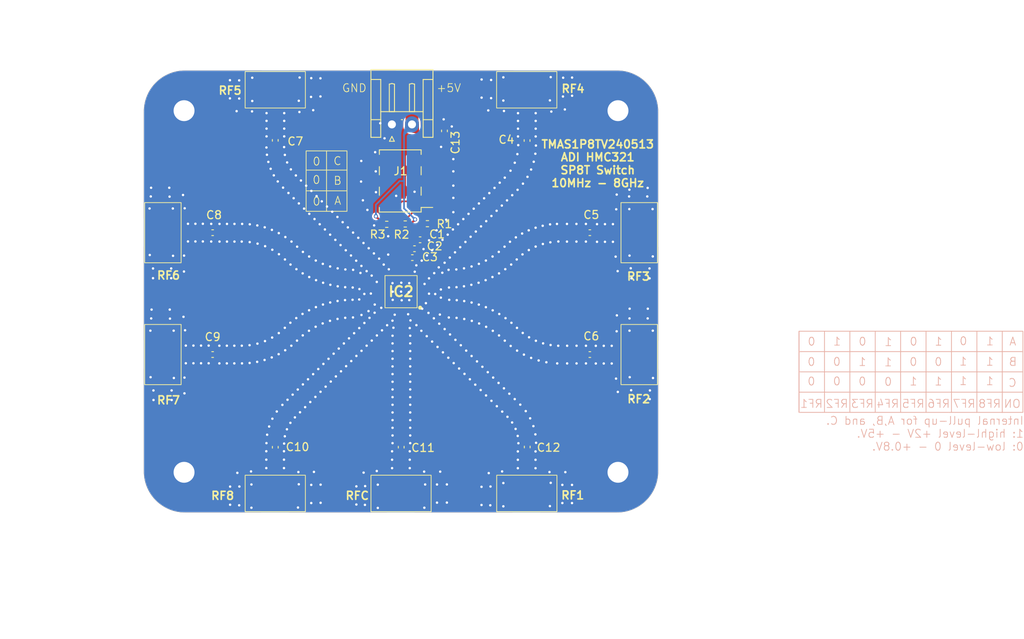
<source format=kicad_pcb>
(kicad_pcb (version 20240108) (generator "pcbnew") (generator_version "8.0")
  (layers (0 "F.Cu" signal) (31 "B.Cu" signal) (34 "B.Paste" user) (35 "F.Paste" user) (36 "B.SilkS" user "B.Silkscreen") (37 "F.SilkS" user "F.Silkscreen") (38 "B.Mask" user) (39 "F.Mask" user) (44 "Edge.Cuts" user))
  (net 0 "")
  (net 1 "/Vdd")
  (net 2 "GND")
  (net 3 "Net-(C4-Pad1)")
  (net 4 "Net-(IC2-RF4)")
  (net 5 "Net-(IC2-RF3)")
  (net 6 "Net-(C5-Pad1)")
  (net 7 "Net-(C6-Pad1)")
  (net 8 "Net-(IC2-RF2)")
  (net 9 "Net-(C7-Pad2)")
  (net 10 "Net-(IC2-RF5)")
  (net 11 "Net-(IC2-RF6)")
  (net 12 "Net-(C8-Pad2)")
  (net 13 "Net-(IC2-RF7)")
  (net 14 "Net-(C9-Pad2)")
  (net 15 "Net-(C10-Pad2)")
  (net 16 "Net-(IC2-RF8)")
  (net 17 "Net-(IC2-RFC)")
  (net 18 "Net-(C11-Pad2)")
  (net 19 "Net-(C12-Pad2)")
  (net 20 "Net-(IC2-RF1)")
  (net 21 "Net-(IC2-CTLB)")
  (net 22 "Net-(IC2-CTLC)")
  (net 23 "Net-(IC2-CTLA)")
  (footprint "MUSIC_Lab:Switch_HMC321_QFN50P400X400X90-25N-D" (layer "F.Cu") (at 144.88 95.49 180)
    (property "Reference" "IC2")
    (property "Value" "Switch_HMC322ALP4E" (hide yes))
  )
  (footprint "MUSIC_Lab:via_GND" (layer "F.Cu") (at 171.87 117.9)
    (property "Reference" "U4" (hide yes))
    (property "Value" "~" (hide yes))
  )
  (footprint "Capacitor_SMD:C_0402_1005Metric" (layer "F.Cu") (at 160.58 114.84 -90)
    (property "Reference" "C12")
    (property "Value" "4700 pF")
  )
  (footprint "MUSIC_Lab:via_GND" (layer "F.Cu") (at 117.88 117.9)
    (property "Reference" "U3" (hide yes))
    (property "Value" "~" (hide yes))
  )
  (footprint "MUSIC_Lab:via_GND" (layer "F.Cu") (at 171.87 72.87)
    (property "Reference" "U2" (hide yes))
    (property "Value" "~" (hide yes))
  )
  (footprint "Capacitor_SMD:C_0402_1005Metric" (layer "F.Cu") (at 121.4368 103.3278 180)
    (property "Reference" "C9")
    (property "Value" "4700 pF")
  )
  (footprint "Resistor_SMD:R_0402_1005Metric" (layer "F.Cu") (at 148.16 87.03 180)
    (property "Reference" "R1")
    (property "Value" "4.7K")
  )
  (footprint "MUSIC_Lab:via_GND" (layer "F.Cu") (at 117.88 72.87)
    (property "Reference" "U1" (hide yes))
    (property "Value" "~" (hide yes))
  )
  (footprint "Capacitor_SMD:C_0402_1005Metric" (layer "F.Cu") (at 168.37 88.1526 180)
    (property "Reference" "C5")
    (property "Value" "4700 pF")
  )
  (footprint "Capacitor_SMD:C_0402_1005Metric" (layer "F.Cu") (at 160.56 76.68 -90)
    (property "Reference" "C4")
    (property "Value" "4700 pF")
  )
  (footprint "MUSIC_Lab:SMA_Edge_step_1" (layer "F.Cu") (at 144.9934 119.7632 90)
    (property "Reference" "SMA6" (hide yes))
    (property "Value" "~" (hide yes))
  )
  (footprint "MUSIC_Lab:SMA_Edge_step_1" (layer "F.Cu") (at 173.6528 103.2128 180)
    (property "Reference" "SMA4" (hide yes))
    (property "Value" "~" (hide yes))
  )
  (footprint "Capacitor_SMD:C_0402_1005Metric" (layer "F.Cu") (at 168.37 103.3278 180)
    (property "Reference" "C6")
    (property "Value" "4700 pF")
  )
  (footprint "Capacitor_SMD:C_0402_1005Metric" (layer "F.Cu") (at 147.25 89.04)
    (property "Reference" "C1")
    (property "Value" "1uF")
  )
  (footprint "MUSIC_Lab:SMA_Edge_step_1" (layer "F.Cu") (at 116.1082 103.4428)
    (property "Reference" "SMA8" (hide yes))
    (property "Value" "~" (hide yes))
  )
  (footprint "MUSIC_Lab:SMA_Edge_step_1" (layer "F.Cu") (at 160.6404 119.7632 90)
    (property "Reference" "SMA5" (hide yes))
    (property "Value" "~" (hide yes))
  )
  (footprint "Capacitor_SMD:C_0402_1005Metric" (layer "F.Cu") (at 121.4368 88.1526 180)
    (property "Reference" "C8")
    (property "Value" "4700 pF")
  )
  (footprint "Capacitor_SMD:C_0402_1005Metric" (layer "F.Cu") (at 150.28 75.48 90)
    (property "Reference" "C13")
    (property "Value" "1uF")
  )
  (footprint "MUSIC_Lab:SMA_Edge_step_1" (layer "F.Cu") (at 160.4004 71.2226 -90)
    (property "Reference" "SMA1" (hide yes))
    (property "Value" "~" (hide yes))
  )
  (footprint "Resistor_SMD:R_0402_1005Metric" (layer "F.Cu") (at 145.4 87.07 180)
    (property "Reference" "R2")
    (property "Value" "4.7K")
  )
  (footprint "MUSIC_Lab:SMA_Edge_step_1" (layer "F.Cu") (at 173.6528 88.0376 180)
    (property "Reference" "SMA3" (hide yes))
    (property "Value" "~" (hide yes))
  )
  (footprint "Capacitor_SMD:C_0402_1005Metric" (layer "F.Cu") (at 129.2286 76.6572 90)
    (property "Reference" "C7")
    (property "Value" "4700 pF")
  )
  (footprint "Connector_PinHeader_2.54mm:PinHeader_2x03_P2.54mm_Vertical_SMD" (layer "F.Cu") (at 144.78 81.71 180)
    (property "Reference" "J1")
    (property "Value" "Conn_02x03_Odd_Even")
  )
  (footprint "Connector_JST:JST_EH_S2B-EH_1x02_P2.50mm_Horizontal" (layer "F.Cu") (at 143.74 74.6685)
    (property "Reference" "SMA2" (hide yes))
    (property "Value" "~")
  )
  (footprint "Capacitor_SMD:C_0402_1005Metric" (layer "F.Cu") (at 144.9 114.86 -90)
    (property "Reference" "C11")
    (property "Value" "4700 pF")
  )
  (footprint "Resistor_SMD:R_0402_1005Metric" (layer "F.Cu") (at 143.1 87.11)
    (property "Reference" "R3")
    (property "Value" "4.7K")
  )
  (footprint "Capacitor_SMD:C_0402_1005Metric" (layer "F.Cu") (at 129.232 114.87 -90)
    (property "Reference" "C10")
    (property "Value" "4700 pF")
  )
  (footprint "MUSIC_Lab:SMA_Edge_step_1" (layer "F.Cu") (at 129.3436 119.7632 90)
    (property "Reference" "SMA7" (hide yes))
    (property "Value" "~" (hide yes))
  )
  (footprint "Capacitor_SMD:C_0402_1005Metric" (layer "F.Cu") (at 146.28 91.26)
    (property "Reference" "C3")
    (property "Value" "100 pF")
  )
  (footprint "MUSIC_Lab:SMA_Edge_step_1" (layer "F.Cu") (at 129.1136 71.2226 -90)
    (property "Reference" "SMA10" (hide yes))
    (property "Value" "~" (hide yes))
  )
  (footprint "Capacitor_SMD:C_0402_1005Metric" (layer "F.Cu") (at 146.55 90.15)
    (property "Reference" "C2")
    (property "Value" "0.1uF")
  )
  (footprint "MUSIC_Lab:SMA_Edge_step_1" (layer "F.Cu") (at 116.1082 88.2676)
    (property "Reference" "SMA9" (hide yes))
    (property "Value" "~" (hide yes))
  )
  (gr_line (start 197.5625 110.47) (end 197.5625 100.42) (stroke (width 0.1)) (layer "B.SilkS"))
  (gr_line (start 213.360694 110.465) (end 213.360694 100.415) (stroke (width 0.1)) (layer "B.SilkS"))
  (gr_line (start 194.4225 108.0125) (end 222.206526 108.0125) (stroke (width 0.1)) (layer "B.SilkS"))
  (gr_line (start 210.2 110.48) (end 210.2 100.43) (stroke (width 0.1)) (layer "B.SilkS"))
  (gr_rect (start 194.396526 100.42) (end 222.246526 110.53) (stroke (width 0.1)) (fill none) (layer "B.SilkS"))
  (gr_line (start 219.682082 110.54) (end 219.682082 100.43) (stroke (width 0.1)) (layer "B.SilkS"))
  (gr_line (start 194.396526 110.5) (end 194.396526 100.45) (stroke (width 0.1)) (layer "B.SilkS"))
  (gr_line (start 194.4125 102.9575) (end 222.246526 102.9575) (stroke (width 0.1)) (layer "B.SilkS"))
  (gr_line (start 203.878612 110.48) (end 203.878612 100.43) (stroke (width 0.1)) (layer "B.SilkS"))
  (gr_line (start 200.717918 110.51) (end 200.717918 100.46) (stroke (width 0.1)) (layer "B.SilkS"))
  (gr_line (start 194.4225 105.485) (end 222.236526 105.485) (stroke (width 0.1)) (layer "B.SilkS"))
  (gr_line (start 216.521388 110.53) (end 216.521388 100.45) (stroke (width 0.1)) (layer "B.SilkS"))
  (gr_line (start 207.039306 110.495) (end 207.039306 100.445) (stroke (width 0.1)) (layer "B.SilkS"))
  (gr_line (start 135.61 77.97) (end 135.61 85.49) (stroke (width 0.1)) (layer "F.SilkS"))
  (gr_line (start 133.12 80.36) (end 138.14 80.36) (stroke (width 0.1)) (layer "F.SilkS"))
  (gr_rect (start 133.07 77.97) (end 138.15 85.49) (stroke (width 0.1)) (fill none) (layer "F.SilkS"))
  (gr_line (start 133.08 82.94) (end 138.1 82.94) (stroke (width 0.1)) (layer "F.SilkS"))
  (gr_arc (start 117.98 122.99) (mid 114.373755 121.496245) (end 112.88 117.89) (stroke (width 0.05)) (layer "Edge.Cuts"))
  (gr_line (start 176.87 73.06) (end 176.87 117.89) (stroke (width 0.05)) (layer "Edge.Cuts"))
  (gr_arc (start 112.88 73.06) (mid 114.373755 69.453755) (end 117.98 67.96) (stroke (width 0.05)) (layer "Edge.Cuts"))
  (gr_line (start 112.88 117.89) (end 112.88 73.06) (stroke (width 0.05)) (layer "Edge.Cuts"))
  (gr_arc (start 176.87 117.89) (mid 175.376245 121.496245) (end 171.77 122.99) (stroke (width 0.05)) (layer "Edge.Cuts"))
  (gr_line (start 117.98 67.96) (end 171.77 67.96) (stroke (width 0.05)) (layer "Edge.Cuts"))
  (gr_line (start 171.77 122.99) (end 117.98 122.99) (stroke (width 0.05)) (layer "Edge.Cuts"))
  (gr_arc (start 171.77 67.96) (mid 175.376245 69.453755) (end 176.87 73.06) (stroke (width 0.05)) (layer "Edge.Cuts"))
  (gr_text "RF3" (at 203.745081 110.04 -0) (layer "B.SilkS") (effects (font (size 1 1) (thickness 0.1)) (justify left bottom mirror)))
  (gr_text "0" (at 206.0225 107.3 -0) (layer "B.SilkS") (effects (font (size 1 1) (thickness 0.1)) (justify left bottom mirror)))
  (gr_text "A" (at 221.486526 102.28 -0) (layer "B.SilkS") (effects (font (size 1 1) (thickness 0.1)) (justify left bottom mirror)))
  (gr_text "0" (at 212.2725 104.82 -0) (layer "B.SilkS") (effects (font (size 1 1) (thickness 0.1)) (justify left bottom mirror)))
  (gr_text "1" (at 215.3625 104.77 -0) (layer "B.SilkS") (effects (font (size 1 1) (thickness 0.1)) (justify left bottom mirror)))
  (gr_text "1" (at 218.6825 102.26 -0) (layer "B.SilkS") (effects (font (size 1 1) (thickness 0.1)) (justify left bottom mirror)))
  (gr_text "1" (at 218.6625 104.79 -0) (layer "B.SilkS") (effects (font (size 1 1) (thickness 0.1)) (justify left bottom mirror)))
  (gr_text "Internal pull-up for A,B, and C.\n1: highl-level +2V - +5V.\n0: low-level 0 - +0.8V." (at 222.406526 115.37 0) (layer "B.SilkS") (effects (font (size 1 1) (thickness 0.1)) (justify left bottom mirror)))
  (gr_text "1" (at 202.8125 104.82 -0) (layer "B.SilkS") (effects (font (size 1 1) (thickness 0.1)) (justify left bottom mirror)))
  (gr_text "RF8" (at 219.576526 110.04 -0) (layer "B.SilkS") (effects (font (size 1 1) (thickness 0.1)) (justify left bottom mirror)))
  (gr_text "C" (at 221.516526 107.43 -0) (layer "B.SilkS") (effects (font (size 1 1) (thickness 0.1)) (justify left bottom mirror)))
  (gr_text "0" (at 215.3825 102.24 -0) (layer "B.SilkS") (effects (font (size 1 1) (thickness 0.1)) (justify left bottom mirror)))
  (gr_text "0" (at 199.6425 104.81 -0) (layer "B.SilkS") (effects (font (size 1 1) (thickness 0.1)) (justify left bottom mirror)))
  (gr_text "RF4" (at 206.91137 110.04 -0) (layer "B.SilkS") (effects (font (size 1 1) (thickness 0.1)) (justify left bottom mirror)))
  (gr_text "RF2" (at 200.578792 110.04 -0) (layer "B.SilkS") (effects (font (size 1 1) (thickness 0.1)) (justify left bottom mirror)))
  (gr_text "1" (at 199.6625 102.28 -0) (layer "B.SilkS") (effects (font (size 1 1) (thickness 0.1)) (justify left bottom mirror)))
  (gr_text "0" (at 202.8125 107.25 -0) (layer "B.SilkS") (effects (font (size 1 1) (thickness 0.1)) (justify left bottom mirror)))
  (gr_text "1" (at 212.2925 102.29 -0) (layer "B.SilkS") (effects (font (size 1 1) (thickness 0.1)) (justify left bottom mirror)))
  (gr_text "RF6" (at 213.243948 110.04 -0) (layer "B.SilkS") (effects (font (size 1 1) (thickness 0.1)) (justify left bottom mirror)))
  (gr_text "0" (at 209.1625 104.82 -0) (layer "B.SilkS") (effects (font (size 1 1) (thickness 0.1)) (justify left bottom mirror)))
  (gr_text "RF1" (at 197.4125 110.04 -0) (layer "B.SilkS") (effects (font (size 1 1) (thickness 0.1)) (justify left bottom mirror)))
  (gr_text "1" (at 215.3625 107.2 -0) (layer "B.SilkS") (effects (font (size 1 1) (thickness 0.1)) (justify left bottom mirror)))
  (gr_text "0" (at 196.4725 107.25 -0) (layer "B.SilkS") (effects (font (size 1 1) (thickness 0.1)) (justify left bottom mirror)))
  (gr_text "1" (at 212.2725 107.25 -0) (layer "B.SilkS") (effects (font (size 1 1) (thickness 0.1)) (justify left bottom mirror)))
  (gr_text "ON" (at 222.036526 110.04 -0) (layer "B.SilkS") (effects (font (size 1 1) (thickness 0.1)) (justify left bottom mirror)))
  (gr_text "1" (at 218.6625 107.22 -0) (layer "B.SilkS") (effects (font (size 1 1) (thickness 0.1)) (justify left bottom mirror)))
  (gr_text "1" (at 206.0225 104.87 -0) (layer "B.SilkS") (effects (font (size 1 1) (thickness 0.1)) (justify left bottom mirror)))
  (gr_text "RF7" (at 216.410237 110.04 -0) (layer "B.SilkS") (effects (font (size 1 1) (thickness 0.1)) (justify left bottom mirror)))
  (gr_text "B" (at 221.566526 104.81 -0) (layer "B.SilkS") (effects (font (size 1 1) (thickness 0.1)) (justify left bottom mirror)))
  (gr_text "0" (at 209.1825 102.29 -0) (layer "B.SilkS") (effects (font (size 1 1) (thickness 0.1)) (justify left bottom mirror)))
  (gr_text "0" (at 196.4925 102.29 -0) (layer "B.SilkS") (effects (font (size 1 1) (thickness 0.1)) (justify left bottom mirror)))
  (gr_text "0" (at 196.4725 104.82 -0) (layer "B.SilkS") (effects (font (size 1 1) (thickness 0.1)) (justify left bottom mirror)))
  (gr_text "1" (at 209.1625 107.25 -0) (layer "B.SilkS") (effects (font (size 1 1) (thickness 0.1)) (justify left bottom mirror)))
  (gr_text "0" (at 199.6425 107.24 -0) (layer "B.SilkS") (effects (font (size 1 1) (thickness 0.1)) (justify left bottom mirror)))
  (gr_text "1" (at 206.0425 102.34 -0) (layer "B.SilkS") (effects (font (size 1 1) (thickness 0.1)) (justify left bottom mirror)))
  (gr_text "0" (at 202.8325 102.29 -0) (layer "B.SilkS") (effects (font (size 1 1) (thickness 0.1)) (justify left bottom mirror)))
  (gr_text "RF5" (at 210.077659 110.04 -0) (layer "B.SilkS") (effects (font (size 1 1) (thickness 0.1)) (justify left bottom mirror)))
  (gr_text "0" (at 133.82 79.87 0) (layer "F.SilkS") (effects (font (size 1 1) (thickness 0.1)) (justify left bottom)))
  (gr_text "RF8" (at 121.14 121.49 0) (layer "F.SilkS") (effects (font (size 1 1) (thickness 0.2) (bold yes)) (justify left bottom)))
  (gr_text "B" (at 136.42 82.26 0) (layer "F.SilkS") (effects (font (size 1 1) (thickness 0.1)) (justify left bottom)))
  (gr_text "RF2" (at 172.92 109.46 0) (layer "F.SilkS") (effects (font (size 1 1) (thickness 0.2) (bold yes)) (justify left bottom)))
  (gr_text "RF4" (at 164.74 70.82 0) (layer "F.SilkS") (effects (font (size 1 1) (thickness 0.2) (bold yes)) (justify left bottom)))
  (gr_text "0" (at 133.82 84.85 0) (layer "F.SilkS") (effects (font (size 1 1) (thickness 0.1)) (justify left bottom)))
  (gr_text "RF6" (at 114.41 94.06 0) (layer "F.SilkS") (effects (font (size 1 1) (thickness 0.2) (bold yes)) (justify left bottom)))
  (gr_text "RFC" (at 137.87 121.49 0) (layer "F.SilkS") (effects (font (size 1 1) (thickness 0.2) (bold yes)) (justify left bottom)))
  (gr_text "RF5" (at 122.07 71.04 0) (layer "F.SilkS") (effects (font (size 1 1) (thickness 0.2) (bold yes)) (justify left bottom)))
  (gr_text "0" (at 133.81 82.16 0) (layer "F.SilkS") (effects (font (size 1 1) (thickness 0.1)) (justify left bottom)))
  (gr_text "GND" (at 137.48 70.73 0) (layer "F.SilkS") (effects (font (size 1 1) (thickness 0.1)) (justify left bottom)))
  (gr_text "RF7" (at 114.41 109.6 0) (layer "F.SilkS") (effects (font (size 1 1) (thickness 0.2) (bold yes)) (justify left bottom)))
  (gr_text "RF3" (at 172.88 94.19 0) (layer "F.SilkS") (effects (font (size 1 1) (thickness 0.2) (bold yes)) (justify left bottom)))
  (gr_text "C" (at 136.4 79.81 0) (layer "F.SilkS") (effects (font (size 1 1) (thickness 0.1)) (justify left bottom)))
  (gr_text "RF1" (at 164.7 121.44 0) (layer "F.SilkS") (effects (font (size 1 1) (thickness 0.2) (bold yes)) (justify left bottom)))
  (gr_text "A" (at 136.51 84.75 0) (layer "F.SilkS") (effects (font (size 1 1) (thickness 0.1)) (justify left bottom)))
  (gr_text "TMAS1P8TV240513\nADI HMC321\nSP8T Switch\n10MHz - 8GHz" (at 169.35 82.56 0) (layer "F.SilkS") (effects (font (size 1 1) (thickness 0.2) (bold yes)) (justify bottom)))
  (gr_text "+5V" (at 149.23 70.72 0) (layer "F.SilkS") (effects (font (size 1 1) (thickness 0.1)) (justify left bottom)))
  (segment (start 142.59 86.96) (end 141.75 86.12) (width 0.2) (layer "F.Cu") (net 1))
  (segment (start 146.07 87.07) (end 146.63 86.51) (width 0.2) (layer "F.Cu") (net 1))
  (segment (start 148.73 87.03) (end 150.52 85.24) (width 0.3) (layer "F.Cu") (net 1))
  (segment (start 145.8 90.42) (end 146.07 90.15) (width 0.3) (layer "F.Cu") (net 1))
  (segment (start 146.77 88.993154) (end 148.67 87.093154) (width 0.3) (layer "F.Cu") (net 1))
  (segment (start 146.875 75.595) (end 146.24 74.96) (width 0.3) (layer "F.Cu") (net 1))
  (segment (start 146.07 90.15) (end 146.07 89.74) (width 0.3) (layer "F.Cu") (net 1))
  (segment (start 150.52 85.24) (end 150.52 79.24) (width 0.3) (layer "F.Cu") (net 1))
  (segment (start 146.24 74.77) (end 146.24 69.15) (width 1.6) (layer "F.Cu") (net 1))
  (segment (start 146.77 89.04) (end 146.77 88.993154) (width 0.3) (layer "F.Cu") (net 1))
  (segment (start 150.52 79.24) (end 146.875 75.595) (width 0.3) (layer "F.Cu") (net 1))
  (segment (start 145.91 87.07) (end 146.07 87.07) (width 0.2) (layer "F.Cu") (net 1))
  (segment (start 147.82 76.54) (end 146.875 75.595) (width 0.2) (layer "F.Cu") (net 1))
  (segment (start 145.8 91.26) (end 145.8 90.42) (width 0.3) (layer "F.Cu") (net 1))
  (segment (start 145.6284 93.4428) (end 145.6284 91.4316) (width 0.3) (layer "F.Cu") (net 1))
  (segment (start 146.07 89.74) (end 146.77 89.04) (width 0.3) (layer "F.Cu") (net 1))
  (segment (start 148.67 87.093154) (end 148.67 87.03) (width 0.3) (layer "F.Cu") (net 1))
  (segment (start 146.24 69.15) (end 146.25 69.14) (width 1.6) (layer "F.Cu") (net 1))
  (segment (start 142.59 87.11) (end 142.59 86.96) (width 0.2) (layer "F.Cu") (net 1))
  (segment (start 148.67 87.03) (end 148.73 87.03) (width 0.3) (layer "F.Cu") (net 1))
  (segment (start 145.6284 91.4316) (end 145.8 91.26) (width 0.3) (layer "F.Cu") (net 1))
  (segment (start 150.28 75.96) (end 147.82 76.54) (width 0.2) (layer "F.Cu") (net 1))
  (via (at 146.63 86.51) (size 0.5) (drill 0.3) (layers "F.Cu" "B.Cu") (net 1))
  (via (at 141.75 86.12) (size 0.5) (drill 0.3) (layers "F.Cu" "B.Cu") (net 1))
  (segment (start 145.25 85.13) (end 145.25 81.74) (width 0.2) (layer "B.Cu") (net 1))
  (segment (start 141.75 86.12) (end 141.75 84.67) (width 0.2) (layer "B.Cu") (net 1))
  (segment (start 144.7 81.72) (end 145.23 81.72) (width 0.2) (layer "B.Cu") (net 1))
  (segment (start 141.75 84.67) (end 144.7 81.72) (width 0.2) (layer "B.Cu") (net 1))
  (segment (start 145.23 81.72) (end 145.25 81.74) (width 0.2) (layer "B.Cu") (net 1))
  (segment (start 145.25 75.95) (end 146.24 74.96) (width 0.2) (layer "B.Cu") (net 1))
  (segment (start 146.63 86.51) (end 145.25 85.13) (width 0.2) (layer "B.Cu") (net 1))
  (segment (start 145.25 81.74) (end 145.25 75.95) (width 0.2) (layer "B.Cu") (net 1))
  (via (at 140.1318 84.1248) (size 0.5) (drill 0.3) (layers "F.Cu" "B.Cu") (net 2))
  (via (at 144.8784 95.4928) (size 0.5) (drill 0.3) (layers "F.Cu" "B.Cu") (net 2))
  (via (at 132.0546 122.3772) (size 0.5) (drill 0.3) (layers "F.Cu" "B.Cu") (net 2))
  (via (at 154.524284 94.389342) (size 0.5) (drill 0.3) (layers "F.Cu" "B.Cu") (net 2))
  (via (at 142.2908 74.5236) (size 0.5) (drill 0.3) (layers "F.Cu" "B.Cu") (net 2))
  (via (at 155.402993 94.068307) (size 0.5) (drill 0.3) (layers "F.Cu" "B.Cu") (net 2))
  (via (at 135.163741 97.099633) (size 0.5) (drill 0.3) (layers "F.Cu" "B.Cu") (net 2))
  (via (at 131.793592 81.027225) (size 0.5) (drill 0.3) (layers "F.Cu" "B.Cu") (net 2))
  (via (at 135.215551 104.496414) (size 0.5) (drill 0.3) (layers "F.Cu" "B.Cu") (net 2))
  (via (at 169.260733 87.09) (size 0.5) (drill 0.3) (layers "F.Cu" "B.Cu") (net 2))
  (via (at 152.737515 96.667868) (size 0.5) (drill 0.3) (layers "F.Cu" "B.Cu") (net 2))
  (via (at 151.755516 92.734638) (size 0.5) (drill 0.3) (layers "F.Cu" "B.Cu") (net 2))
  (via (at 124.51 118.06) (size 0.5) (drill 0.3) (layers "F.Cu" "B.Cu") (net 2))
  (via (at 147.449247 91.635118) (size 0.5) (drill 0.3) (layers "F.Cu" "B.Cu") (net 2))
  (via (at 119.047266 102.2128) (size 0.5) (drill 0.3) (layers "F.Cu" "B.Cu") (net 2))
  (via (at 135.017386 84.250552) (size 0.5) (drill 0.3) (layers "F.Cu" "B.Cu") (net 2))
  (via (at 160.776181 90.319519) (size 0.5) (drill 0.3) (layers "F.Cu" "B.Cu") (net 2))
  (via (at 158.118934 111.0833) (size 0.5) (drill 0.3) (layers "F.Cu" "B.Cu") (net 2))
  (via (at 156.125438 109.090272) (size 0.5) (drill 0.3) (layers "F.Cu" "B.Cu") (net 2))
  (via (at 148.2901 98.143666) (size 0.5) (drill 0.3) (layers "F.Cu" "B.Cu") (net 2))
  (via (at 123.61 122.0306) (size 0.5) (drill 0.3) (layers "F.Cu" "B.Cu") (net 2))
  (via (at 154.828464 87.367169) (size 0.5) (drill 0.3) (layers "F.Cu" "B.Cu") (net 2))
  (via (at 128.1436 76.1622) (size 0.5) (drill 0.3) (layers "F.Cu" "B.Cu") (net 2))
  (via (at 151.331635 87.752729) (size 0.5) (drill 0.3) (layers "F.Cu" "B.Cu") (net 2))
  (via (at 136.037617 99.128233) (size 0.5) (drill 0.3) (layers "F.Cu" "B.Cu") (net 2))
  (via (at 139.9032 81.788) (size 0.5) (drill 0.3) (layers "F.Cu" "B.Cu") (net 2))
  (via (at 176.1998 91.1098) (size 0.5) (drill 0.3) (layers "F.Cu" "B.Cu") (net 2))
  (via (at 155.9814 122.0978) (size 0.5) (drill 0.3) (layers "F.Cu" "B.Cu") (net 2))
  (via (at 137.352932 89.697366) (size 0.5) (drill 0.3) (layers "F.Cu" "B.Cu") (net 2))
  (via (at 159.4304 76.1704) (size 0.5) (drill 0.3) (layers "F.Cu" "B.Cu") (net 2))
  (via (at 160.60988 81.20119) (size 0.5) (drill 0.3) (layers "F.Cu" "B.Cu") (net 2))
  (via (at 127.024354 89.518083) (size 0.5) (drill 0.3) (layers "F.Cu" "B.Cu") (net 2))
  (via (at 137.92771 94.938945) (size 0.5) (drill 0.3) (layers "F.Cu" "B.Cu") (net 2))
  (via (at 154.9 71.34) (size 0.5) (drill 0.3) (layers "F.Cu" "B.Cu") (net 2))
  (via (at 171.09 104.4428) (size 0.5) (drill 0.3) (layers "F.Cu" "B.Cu") (net 2))
  (via (at 159.130864 112.58945) (size 0.5) (drill 0.3) (layers "F.Cu" "B.Cu") (net 2))
  (via (at 124.151075 89.2612) (size 0.5) (drill 0.3) (layers "F.Cu" "B.Cu") (net 2))
  (via (at 171.85 107.98) (size 0.5) (drill 0.3) (layers "F.Cu" "B.Cu") (net 2))
  (via (at 159.376771 82.818392) (size 0.5) (drill 0.3) (layers "F.Cu" "B.Cu") (net 2))
  (via (at 149.631668 99.485234) (size 0.5) (drill 0.3) (layers "F.Cu" "B.Cu") (net 2))
  (via (at 142.508874 100.314359) (size 0.5) (drill 0.3) (layers "F.Cu" "B.Cu") (net 2))
  (via (at 131.24645 89.26003) (size 0.5) (drill 0.3) (layers "F.Cu" "B.Cu") (net 2))
  (via (at 155.73 72.93) (size 0.5) (drill 0.3) (layers "F.Cu" "B.Cu") (net 2))
  (via (at 120.2182 89.2458) (size 0.5) (drill 0.3) (layers "F.Cu" "B.Cu") (net 2))
  (via (at 149.352 119.507) (size 0.5) (drill 0.3) (layers "F.Cu" "B.Cu") (net 2))
  (via (at 161.6304 73.2715) (size 0.5) (drill 0.3) (layers "F.Cu" "B.Cu") (net 2))
  (via (at 133.436694 97.815) (size 0.5) (drill 0.3) (layers "F.Cu" "B.Cu") (net 2))
  (via (at 143.146395 99.676838) (size 0.5) (drill 0.3) (layers "F.Cu" "B.Cu") (net 2))
  (via (at 117.75 83.46) (size 0.5) (drill 0.3) (layers "F.Cu" "B.Cu") (net 2))
  (via (at 128.841501 101.210781) (size 0.5) (drill 0.3) (layers "F.Cu" "B.Cu") (net 2))
  (via (at 158.699642 111.786199) (size 0.5) (drill 0.3) (layers "F.Cu" "B.Cu") (net 2))
  (via (at 146.02 113.404512) (size 0.5) (drill 0.3) (layers "F.Cu" "B.Cu") (net 2))
  (via (at 145.96 100.03) (size 0.5) (drill 0.3) (layers "F.Cu" "B.Cu") (net 2))
  (via (at 143.82 102.89655) (size 0.5) (drill 0.3) (layers "F.Cu" "B.Cu") (net 2))
  (via (at 120.9418 102.2128) (size 0.5) (drill 0.3) (layers "F.Cu" "B.Cu") (net 2))
  (via (at 161.6304 75.2041) (size 0.5) (drill 0.3) (layers "F.Cu" "B.Cu") (net 2))
  (via (at 127.967814 89.835673) (size 0.5) (drill 0.3) (layers "F.Cu" "B.Cu") (net 2))
  (via (at 116.28 93.82) (size 0.5) (drill 0.3) (layers "F.Cu" "B.Cu") (net 2))
  (via (at 159.028866 79.445783) (size 0.5) (drill 0.3) (layers "F.Cu" "B.Cu") (net 2))
  (via (at 122.2724 104.4278) (size 0.5) (drill 0.3) (layers "F.Cu" "B.Cu") (net 2))
  (via (at 114.0206 92.6084) (size 0.5) (drill 0.3) (layers "F.Cu" "B.Cu") (net 2))
  (via (at 161.588795 78.323553) (size 0.5) (drill 0.3) (layers "F.Cu" "B.Cu") (net 2))
  (via (at 156.263559 91.12353) (size 0.5) (drill 0.3) (layers "F.Cu" "B.Cu") (net 2))
  (via (at 126.3396 73.0504) (size 0.5) (drill 0.3) (layers "F.Cu" "B.Cu") (net 2))
  (via (at 165.26 72.81) (size 0.5) (drill 0.3) (layers "F.Cu" "B.Cu") (net 2))
  (via (at 132.665467 107.046498) (size 0.5) (drill 0.3) (layers "F.Cu" "B.Cu") (net 2))
  (via (at 159.712278 109.566312) (size 0.5) (drill 0.3) (layers "F.Cu" "B.Cu") (net 2))
  (via (at 143.7634 117.47124) (size 0.5) (drill 0.3) (layers "F.Cu" "B.Cu") (net 2))
  (via (at 150.037506 89.046859) (size 0.5) (drill 0.3) (layers "F.Cu" "B.Cu") (net 2))
  (via (at 133.302988 106.408977) (size 0.5) (drill 0.3) (layers "F.Cu" "B.Cu") (net 2))
  (via (at 170.100367 104.4428) (size 0.5) (drill 0.3) (layers "F.Cu" "B.Cu") (net 2))
  (via (at 155.79 118.09) (size 0.5) (drill 0.3) (layers "F.Cu" "B.Cu") (net 2))
  (via (at 138.649992 90.994426) (size 0.5) (drill 0.3) (layers "F.Cu" "B.Cu") (net 2))
  (via (at 132.648966 100.942857) (size 0.5) (drill 0.3) (layers "F.Cu" "B.Cu") (net 2))
  (via (at 153.442303 106.407137) (size 0.5) (drill 0.3) (layers "F.Cu" "B.Cu") (net 2))
  (via (at 143.82 113.404712) (size 0.5) (drill 0.3) (layers "F.Cu" "B.Cu") (net 2))
  (via (at 157.416722 84.77891) (size 0.5) (drill 0.3) (layers "F.Cu" "B.Cu") (net 2))
  (via (at 139.321269 103.501964) (size 0.5) (drill 0.3) (layers "F.Cu" "B.Cu") (net 2))
  (via (at 130.3136 117.46632) (size 0.5) (drill 0.3) (layers "F.Cu" "B.Cu") (net 2))
  (via (at 173.3296 106.1466) (size 0.5) (drill 0.3) (layers "F.Cu" "B.Cu") (net 2))
  (via (at 161.6104 116.43432) (size 0.5) (drill 0.3) (layers "F.Cu" "B.Cu") (net 2))
  (via (at 146.02 114.36) (size 0.5) (drill 0.3) (layers "F.Cu" "B.Cu") (net 2))
  (via (at 126.2634 122.4026) (size 0.5) (drill 0.3) (layers "F.Cu" "B.Cu") (net 2))
  (via (at 125.054417 89.260869) (size 0.5) (drill 0.3) (layers "F.Cu" "B.Cu") (net 2))
  (via (at 173.32 97.62) (size 0.5) (drill 0.3) (layers "F.Cu" "B.Cu") (net 2))
  (via (at 124.151075 87.0612) (size 0.5) (drill 0.3) (layers "F.Cu" "B.Cu") (net 2))
  (via (at 161.6104 115.3896) (size 0.5) (drill 0.3) (layers "F.Cu" "B.Cu") (net 2))
  (via (at 165.32 117.97) (size 0.5) (drill 0.3) (layers "F.Cu" "B.Cu") (net 2))
  (via (at 145.8468 95.5548) (size 0.5) (drill 0.3) (layers "F.Cu" "B.Cu") (net 2))
  (via (at 139.557096 88.790262) (size 0.5) (drill 0.3) (layers "F.Cu" "B.Cu") (net 2))
  (via (at 132.164692 84.509126) (size 0.5) (drill 0.3) (layers "F.Cu" "B.Cu") (net 2))
  (via (at 133.95 72.9) (size 0.5) (drill 0.3) (layers "F.Cu" "B.Cu") (net 2))
  (via (at 164.45 89.25) (size 0.5) (drill 0.3) (layers "F.Cu" "B.Cu") (net 2))
  (via (at 157.783427 81.301404) (size 0.5) (drill 0.3) (layers "F.Cu" "B.Cu") (net 2))
  (via (at 140.6906 85.3186) (size 0.5) (drill 0.3) (layers "F.Cu" "B.Cu") (net 2))
  (via (at 157.877007 98.796713) (size 0.5) (drill 0.3) (layers "F.Cu" "B.Cu") (net 2))
  (via (at 140.3096 95.7834) (size 0.5) (drill 0.3) (layers "F.Cu" "B.Cu") (net 2))
  (via (at 155.861088 83.223276) (size 0.5) (drill 0.3) (layers "F.Cu" "B.Cu") (net 2))
  (via (at 159.480331 114.370002) (size 0.5) (drill 0.3) (layers "F.Cu" "B.Cu") (net 2))
  (via (at 148.096312 90.988053) (size 0.5) (drill 0.3) (layers "F.Cu" "B.Cu") (net 2))
  (via (at 121.2596 89.2556) (size 0.5) (drill 0.3) (layers "F.Cu" "B.Cu") (net 2))
  (via (at 148.076034 101.040868) (size 0.5) (drill 0.3) (layers "F.Cu" "B.Cu") (net 2))
  (via (at 175.8006 93.84) (size 0.5) (drill 0.3) (layers "F.Cu" "B.Cu") (net 2))
  (via (at 160.764929 87.858408) (size 0.5) (drill 0.3) (layers "F.Cu" "B.Cu") (net 2))
  (via (at 143.82 105.762412) (size 0.5) (drill 0.3) (layers "F.Cu" "B.Cu") (net 2))
  (via (at 159.4304 75.2041) (size 0.5) (drill 0.3) (layers "F.Cu" "B.Cu") (net 2))
  (via (at 135.496143 107.32709) (size 0.5) (drill 0.3) (layers "F.Cu" "B.Cu") (net 2))
  (via (at 154.566959 84.517405) (size 0.5) (drill 0.3) (layers "F.Cu" "B.Cu") (net 2))
  (via (at 114.0714 107.7976) (size 0.5) (drill 0.3) (layers "F.Cu" "B.Cu") (net 2))
  (via (at 139.95879 102.864443) (size 0.5) (drill 0.3) (layers "F.Cu" "B.Cu") (net 2))
  (via (at 116.1288 98.8568) (size 0.5) (drill 0.3) (layers "F.Cu" "B.Cu") (net 2))
  (via (at 155.465189 99.874556) (size 0.5) (drill 0.3) (layers "F.Cu" "B.Cu") (net 2))
  (via (at 166.15 119.56) (size 0.5) (drill 0.3) (layers "F.Cu" "B.Cu") (net 2))
  (via (at 159.988184 90.857603) (size 0.5) (drill 0.3) (layers "F.Cu" "B.Cu") (net 2))
  (via (at 119.994533 104.4128) (size 0.5) (drill 0.3) (layers "F.Cu" "B.Cu") (net 2))
  (via (at 116.6114 106.2482) (size 0.5) (drill 0.3) (layers "F.Cu" "B.Cu") (net 2))
  (via (at 137.909703 96.550057) (size 0.5) (drill 0.3) (layers "F.Cu" "B.Cu") (net 2))
  (via (at 150.874094 96.515931) (size 0.5) (drill 0.3) (layers "F.Cu" "B.Cu") (net 2))
  (via (at 138.260036 87.493202) (size 0.5) (drill 0.3) (layers "F.Cu" "B.Cu") (net 2))
  (via (at 155.433359 97.427862) (size 0.5) (drill 0.3) (layers "F.Cu" "B.Cu") (net 2))
  (via (at 137.611506 86.844672) (size 0.5) (drill 0.3) (layers "F.Cu" "B.Cu") (net 2))
  (via (at 143.82 106.7177) (size 0.5) (drill 0.3) (layers "F.Cu" "B.Cu") (net 2))
  (via (at 150.843704 94.980268) (size 0.5) (drill 0.3) (layers "F.Cu" "B.Cu") (net 2))
  (via (at 166.15 121.8206) (size 0.5) (drill 0.3) (layers "F.Cu" "B.Cu") (net 2))
  (via (at 132.2324 73.1266) (size 0.5) (drill 0.3) (layers "F.Cu" "B.Cu") (net 2))
  (via (at 159.35323 78.370803) (size 0.5) (drill 0.3) (layers "F.Cu" "B.Cu") (net 2))
  (via (at 141.859 117.8306) (size 0.5) (drill 0.3) (layers "F.Cu" "B.Cu") (net 2))
  (via (at 141.5288 87.249) (size 0.5) (drill 0.3) (layers "F.Cu" "B.Cu") (net 2))
  (via (at 159.163814 88.735975) (size 0.5) (drill 0.3) (layers "F.Cu" "B.Cu") (net 2))
  (via (at 149.390441 89.693923) (size 0.5) (drill 0.3) (layers "F.Cu" "B.Cu") (net 2))
  (via (at 118.367333 87.0458) (size 0.5) (drill 0.3) (layers "F.Cu" "B.Cu") (net 2))
  (via (at 175.5648 98.8314) (size 0.5) (drill 0.3) (layers "F.Cu" "B.Cu") (net 2))
  (via (at 161.6304 74.2378) (size 0.5) (drill 0.3) (layers "F.Cu" "B.Cu") (net 2))
  (via (at 134.858622 107.964611) (size 0.5) (drill 0.3) (layers "F.Cu" "B.Cu") (net 2))
  (via (at 136.962976 86.196142) (size 0.5) (drill 0.3) (layers "F.Cu" "B.Cu") (net 2))
  (via (at 161.659669 77.306998) (size 0.5) (drill 0.3) (layers "F.Cu" "B.Cu") (net 2))
  (via (at 138.844304 96.50873) (size 0.5) (drill 0.3) (layers "F.Cu" "B.Cu") (net 2))
  (via (at 128.1436 75.197266) (size 0.5) (drill 0.3) (layers "F.Cu" "B.Cu") (net 2))
  (via (at 150.789696 92.780932) (size 0.5) (drill 0.3) (layers "F.Cu" "B.Cu") (net 2))
  (via (at 131.516162 83.860596) (size 0.5) (drill 0.3) (layers "F.Cu" "B.Cu") (net 2))
  (via (at 130.329669 77.493003) (size 0.5) (drill 0.3) (layers "F.Cu" "B.Cu") (net 2))
  (via (at 116.1 97.73) (size 0.5) (drill 0.3) (layers "F.Cu" "B.Cu") (net 2))
  (via (at 146.02 110.53805) (size 0.5) (drill 0.3) (layers "F.Cu" "B.Cu") (net 2))
  (via (at 123.59 71.43) (size 0.5) (drill 0.3) (layers "F.Cu" "B.Cu") (net 2))
  (via (at 126.2126 117.8814) (size 0.5) (drill 0.3) (layers "F.Cu" "B.Cu") (net 2))
  (via (at 138.403156 101.308809) (size 0.5) (drill 0.3) (layers "F.Cu" "B.Cu") (net 2))
  (via (at 139.6746 96.4692) (size 0.5) (drill 0.3) (layers "F.Cu" "B.Cu") (net 2))
  (via (at 146.02 102.89415) (size 0.5) (drill 0.3) (layers "F.Cu" "B.Cu") (net 2))
  (via (at 171.6278 106.3244) (size 0.5) (drill 0.3) (layers "F.Cu" "B.Cu") (net 2))
  (via (at 171.6532 85.2424) (size 0.5) (drill 0.3) (layers "F.Cu" "B.Cu") (net 2))
  (via (at 143.82 103.851837) (size 0.5) (drill 0.3) (layers "F.Cu" "B.Cu") (net 2))
  (via (at 162.957785 104.287197) (size 0.5) (drill 0.3) (layers "F.Cu" "B.Cu") (net 2))
  (via (at 151.9787 87.105664) (size 0.5) (drill 0.3) (layers "F.Cu" "B.Cu") (net 2))
  (via (at 141.233832 101.589401) (size 0.5) (drill 0.3) (layers "F.Cu" "B.Cu") (net 2))
  (via (at 135.127068 99.453505) (size 0.5) (drill 0.3) (layers "F.Cu" "B.Cu") (net 2))
  (via (at 153.27283 85.811535) (size 0.5) (drill 0.3) (layers "F.Cu" "B.Cu") (net 2))
  (via (at 171.24 87.09) (size 0.5) (drill 0.3) (layers "F.Cu" "B.Cu") (net 2))
  (via (at 141.6558 78.1304) (size 0.5) (drill 0.3) (layers "F.Cu" "B.Cu") (net 2))
  (via (at 146.558 83.058) (size 0.5) (drill 0.3) (layers "F.Cu" "B.Cu") (net 2))
  (via (at 129.650198 103.280548) (size 0.5) (drill 0.3) (layers "F.Cu" "B.Cu") (net 2))
  (via (at 163.42 87.12) (size 0.5) (drill 0.3) (layers "F.Cu" "B.Cu") (net 2))
  (via (at 151.778309 94.938935) (size 0.5) (drill 0.3) (layers "F.Cu" "B.Cu") (net 2))
  (via (at 117.93 108.16) (size 0.5) (drill 0.3) (layers "F.Cu" "B.Cu") (net 2))
  (via (at 155.668721 105.522287) (size 0.5) (drill 0.3) (layers "F.Cu" "B.Cu") (net 2))
  (via (at 161.344794 112.242451) (size 0.5) (drill 0.3) (layers "F.Cu" "B.Cu") (net 2))
  (via (at 126.2634 119.507) (size 0.5) (drill 0.3) (layers "F.Cu" "B.Cu") (net 2))
  (via (at 126.365 68.8594) (size 0.5) (drill 0.3) (layers "F.Cu" "B.Cu") (net 2))
  (via (at 135.853072 103.858893) (size 0.5) (drill 0.3) (layers "F.Cu" "B.Cu") (net 2))
  (via (at 135.181757 94.38938) (size 0.5) (drill 0.3) (layers "F.Cu" "B.Cu") (net 2))
  (via (at 113.8394 97.73) (size 0.5) (drill 0.3) (layers "F.Cu" "B.Cu") (net 2))
  (via (at 143.2814 90.8812) (size 0.5) (drill 0.3) (layers "F.Cu" "B.Cu") (net 2))
  (via (at 151.384 78.994) (size 0.5) (drill 0.3) (layers "F.Cu" "B.Cu") (net 2))
  (via (at 132.2578 68.834) (size 0.5) (drill 0.3) (layers "F.Cu" "B.Cu") (net 2))
  (via (at 153.650399 92.360748) (size 0.5) (drill 0.3) (layers "F.Cu" "B.Cu") (net 2))
  (via (at 135.407342 87.751776) (size 0.5) (drill 0.3) (layers "F.Cu" "B.Cu") (net 2))
  (via (at 151.384 80.518) (size 0.5) (drill 0.3) (layers "F.Cu" "B.Cu") (net 2))
  (via (at 130.3436 74.232333) (size 0.5) (drill 0.3) (layers "F.Cu" "B.Cu") (net 2))
  (via (at 175.5606 82.58) (size 0.5) (drill 0.3) (layers "F.Cu" "B.Cu") (net 2))
  (via (at 116.04 82.56) (size 0.5) (drill 0.3) (layers "F.Cu" "B.Cu") (net 2))
  (via (at 113.7412 83.6422) (size 0.5) (drill 0.3) (layers "F.Cu" "B.Cu") (net 2))
  (via (at 113.6904 100.3554) (size 0.5) (drill 0.3) (layers "F.Cu" "B.Cu") (net 2))
  (via (at 139.9286 79.2226) (size 0.5) (drill 0.3) (layers "F.Cu" "B.Cu") (net 2))
  (via (at 154.327153 104.180719) (size 0.5) (drill 0.3) (layers "F.Cu" "B.Cu") (net 2))
  (via (at 131.228426 102.228993) (size 0.5) (drill 0.3) (layers "F.Cu" "B.Cu") (net 2))
  (via (at 133.424479 100.365431) (size 0.5) (drill 0.3) (layers "F.Cu" "B.Cu") (net 2))
  (via (at 128.2191 113.309765) (size 0.5) (drill 0.3) (layers "F.Cu" "B.Cu") (net 2))
  (via (at 173.3042 98.8314) (size 0.5) (drill 0.3) (layers "F.Cu" "B.Cu") (net 2))
  (via (at 141.605 97.1042) (size 0.5) (drill 0.3) (layers "F.Cu" "B.Cu") (net 2))
  (via (at 131.841388 98.789518) (size 0.5) (drill 0.3) (layers "F.Cu" "B.Cu") (net 2))
  (via (at 118.367333 89.2458) (size 0.5) (drill 0.3) (layers "F.Cu" "B.Cu") (net 2))
  (via (at 166.16 68.8394) (size 0.5) (drill 0.3) (layers "F.Cu" "B.Cu") (net 2))
  (via (at 144.907 94.3864) (size 0.5) (drill 0.3) (layers "F.Cu" "B.Cu") (net 2))
  (via (at 169.110734 104.4428) (size 0.5) (drill 0.3) (layers "F.Cu" "B.Cu") (net 2))
  (via (at 116.078 83.6676) (size 0.5) (drill 0.3) (layers "F.Cu" "B.Cu") (net 2))
  (via (at 167.885071 104.432729) (size 0.5) (drill 0.3) (layers "F.Cu" "B.Cu") (net 2))
  (via (at 130.331668 114.411887) (size 0.5) (drill 0.3) (layers "F.Cu" "B.Cu") (net 2))
  (via (at 160.393171 110.370108) (size 0.5) (drill 0.3) (layers "F.Cu" "B.Cu") (net 2))
  (via (at 140.205626 89.438792) (size 0.5) (drill 0.3) (layers "F.Cu" "B.Cu") (net 2))
  (via (at 146.05 99.08) (size 0.5) (drill 0.3) (layers "F.Cu" "B.Cu") (net 2))
  (via (at 163.485101 102.142776) (size 0.5) (drill 0.3) (layers "F.Cu" "B.Cu") (net 2))
  (via (at 146.02 103.849637) (size 0.5) (drill 0.3) (layers "F.Cu" "B.Cu") (net 2))
  (via (at 163.3982 122.1994) (size 0.5) (drill 0.3) (layers "F.Cu" "B.Cu") (net 2))
  (via (at 150.299011 91.896622) (size 0.5) (drill 0.3) (layers "F.Cu" "B.Cu") (net 2))
  (via (at 123.220737 87.0612) (size 0.5) (drill 0.3) (layers "F.Cu" "B.Cu") (net 2))
  (via (at 154.591331 99.460704) (size 0.5) (drill 0.3) (layers "F.Cu" "B.Cu") (net 2))
  (via (at 140.4112 119.7102) (size 0.5) (drill 0.3) (layers "F.Cu" "B.Cu") (net 2))
  (via (at 134.57803 105.133935) (size 0.5) (drill 0.3) (layers "F.Cu" "B.Cu") (net 2))
  (via (at 128.1136 116.41736) (size 0.5) (drill 0.3) (layers "F.Cu" "B.Cu") (net 2))
  (via (at 119.292766 89.2458) (size 0.5) (drill 0.3) (layers "F.Cu" "B.Cu") (net 2))
  (via (at 152.240205 89.955428) (size 0.5) (drill 0.3) (layers "F.Cu" "B.Cu") (net 2))
  (via (at 150.58 121.7606) (size 0.5) (drill 0.3) (layers "F.Cu" "B.Cu") (net 2))
  (via (at 173.4566 92.583) (size 0.5) (drill 0.3) (layers "F.Cu" "B.Cu") (net 2))
  (via (at 132.946059 109.877174) (size 0.5) (drill 0.3) (layers "F.Cu" "B.Cu") (net 2))
  (via (at 159.31579 102.838775) (size 0.5) (drill 0.3) (layers "F.Cu" "B.Cu") (net 2))
  (via (at 117.9322 106.1974) (size 0.5) (drill 0.3) (layers "F.Cu" "B.Cu") (net 2))
  (via (at 128.1136 115.3684) (size 0.5) (drill 0.3) (layers "F.Cu" "B.Cu") (net 2))
  (via (at 130.752904 108.959061) (size 0.5) (drill 0.3) (layers "F.Cu" "B.Cu") (net 2))
  (via (at 143.3576 92.71) (size 0.5) (drill 0.3) (layers "F.Cu" "B.Cu") (net 2))
  (via (at 156.796221 109.761055) (size 0.5) (drill 0.3) (layers "F.Cu" "B.Cu") (net 2))
  (via (at 143.82 108.628275) (size 0.5) (drill 0.3) (layers "F.Cu" "B.Cu") (net 2))
  (via (at 120.9418 104.4128) (size 0.5) (drill 0.3) (layers "F.Cu" "B.Cu") (net 2))
  (via (at 127.00637 101.970918) (size 0.5) (drill 0.3) (layers "F.Cu" "B.Cu") (net 2))
  (via (at 135.665916 84.899082) (size 0.5) (drill 0.3) (layers "F.Cu" "B.Cu") (net 2))
  (via (at 157.607 119.3292) (size 0.5) (drill 0.3) (layers "F.Cu" "B.Cu") (net 2))
  (via (at 152.100736 105.06557) (size 0.5) (drill 0.3) (layers "F.Cu" "B.Cu") (net 2))
  (via (at 113.792 98.8314) (size 0.5) (drill 0.3) (layers "F.Cu" "B.Cu") (net 2))
  (via (at 130.3136 116.41736) (size 0.5) (drill 0.3) (layers "F.Cu" "B.Cu") (net 2))
  (via (at 137.950485 92.734648) (size 0.5) (drill 0.3) (layers "F.Cu" "B.Cu") (net 2))
  (via (at 138.001462 90.345896) (size 0.5) (drill 0.3) (layers "F.Cu" "B.Cu") (net 2))
  (via (at 122.2724 102.2278) (size 0.5) (drill 0.3) (layers "F.Cu" "B.Cu") (net 2))
  (via (at 150.58 119.5) (size 0.5) (drill 0.3) (layers "F.Cu" "B.Cu") (net 2))
  (via (at 152.985586 102.839152) (size 0.5) (drill 0.3) (layers "F.Cu" "B.Cu") (net 2))
  (via (at 163.576 73.0758) (size 0.5) (drill 0.3) (layers "F.Cu" "B.Cu") (net 2))
  (via (at 147.6756 90.1954) (size 0.5) (drill 0.3) (layers "F.Cu" "B.Cu") (net 2))
  (via (at 139.040677 100.671288) (size 0.5) (drill 0.3) (layers "F.Cu" "B.Cu") (net 2))
  (via (at 155.454654 108.419488) (size 0.5) (drill 0.3) (layers "F.Cu" "B.Cu") (net 2))
  (via (at 134.285036 97.420665) (size 0.5) (drill 0.3) (layers "F.Cu" "B.Cu") (net 2))
  (via (at 136.133664 106.689569) (size 0.5) (drill 0.3) (layers "F.Cu" "B.Cu") (net 2))
  (via (at 131.859413 92.699507) (size 0.5) (drill 0.3) (layers "F.Cu" "B.Cu") (net 2))
  (via (at 147.8788 119.507) (size 0.5) (drill 0.3) (layers "F.Cu" "B.Cu") (net 2))
  (via (at 156.083 69.1388) (size 0.5) (drill 0.3) (layers "F.Cu" "B.Cu") (net 2))
  (via (at 117.9576 85.1154) (size 0.5) (drill 0.3) (layers "F.Cu" "B.Cu") (net 2))
  (via (at 134.110282 86.454716) (size 0.5) (drill 0.3) (layers "F.Cu" "B.Cu") (net 2))
  (via (at 156.281701 97.822195) (size 0.5) (drill 0.3) (layers "F.Cu" "B.Cu") (net 2))
  (via (at 167.879185 89.263415) (size 0.5) (drill 0.3) (layers "F.Cu" "B.Cu") (net 2))
  (via (at 165.520813 87.063415) (size 0.5) (drill 0.3) (layers "F.Cu" "B.Cu") (net 2))
  (via (at 170.250366 87.09) (size 0.5) (drill 0.3) (layers "F.Cu" "B.Cu") (net 2))
  (via (at 138.683748 104.139485) (size 0.5) (drill 0.3) (layers "F.Cu" "B.Cu") (net 2))
  (via (at 159.4104 115.3896) (size 0.5) (drill 0.3) (layers "F.Cu" "B.Cu") (net 2))
  (via (at 149.352 121.7676) (size 0.5) (drill 0.3) (layers "F.Cu" "B.Cu") (net 2))
  (via (at 133.7056 119.5578) (size 0.5) (drill 0.3) (layers "F.Cu" "B.Cu") (net 2))
  (via (at 160.806557 101.176631) (size 0.5) (drill 0.3) (layers "F.Cu" "B.Cu") (net 2))
  (via (at 146.78 92.22) (size 0.5) (drill 0.3) (layers "F.Cu" "B.Cu") (net 2))
  (via (at 130.3436 73.2674) (size 0.5) (drill 0.3) (layers "F.Cu" "B.Cu") (net 2))
  (via (at 134.85 71.19) (size 0.5) (drill 0.3) (layers "F.Cu" "B.Cu") (net 2))
  (via (at 157.068438 93.21863) (size 0.5) (drill 0.3) (layers "F.Cu" "B.Cu") (net 2))
  (via (at 160.045469 82.049464) (size 0.5) (drill 0.3) (layers "F.Cu" "B.Cu") (net 2))
  (via (at 132.1054 117.9576) (size 0.5) (drill 0.3) (layers "F.Cu" "B.Cu") (net 2))
  (via (at 159.943802 88.259666) (size 0.5) (drill 0.3) (layers "F.Cu" "B.Cu") (net 2))
  (via (at 118.1 104.4128) (size 0.5) (drill 0.3) (layers "F.Cu" "B.Cu") (net 2))
  (via (at 140.95324 98.758725) (size 0.5) (drill 0.3) (layers "F.Cu" "B.Cu") (net 2))
  (via (at 143.82 107.672987) (size 0.5) (drill 0.3) (layers "F.Cu" "B.Cu") (net 2))
  (via (at 132.027946 107.684019) (size 0.5) (drill 0.3) (layers "F.Cu" "B.Cu") (net 2))
  (via (at 156.339504 106.19307) (size 0.5) (drill 0.3) (layers "F.Cu" "B.Cu") (net 2))
  (via (at 139.678198 100.033767) (size 0.5) (drill 0.3) (layers "F.Cu" "B.Cu") (net 2))
  (via (at 166.714076 102.232729) (size 0.5) (drill 0.3) (layers "F.Cu" "B.Cu") (net 2))
  (via (at 157.467005 110.431839) (size 0.5) (drill 0.3) (layers "F.Cu" "B.Cu") (net 2))
  (via (at 171.83 92.94) (size 0.5) (drill 0.3) (layers "F.Cu" "B.Cu") (net 2))
  (via (at 160.941713 111.269332) (size 0.5) (drill 0.3) (layers "F.Cu" "B.Cu") (net 2))
  (via (at 149.8346 95.2246) (size 0.5) (drill 0.3) (layers "F.Cu" "B.Cu") (net 2))
  (via (at 171.577 91.1352) (size 0.5) (drill 0.3) (layers "F.Cu" "B.Cu") (net 2))
  (via (at 160.018542 100.638543) (size 0.5) (drill 0.3) (layers "F.Cu" "B.Cu") (net 2))
  (via (at 143.82 110.53885) (size 0.5) (drill 0.3) (layers "F.Cu" "B.Cu") (net 2))
  (via (at 138.046227 104.777006) (size 0.5) (drill 0.3) (layers "F.Cu" "B.Cu") (net 2))
  (via (at 129.416744 110.418397) (size 0.5) (drill 0.3) (layers "F.Cu" "B.Cu") (net 2))
  (via (at 116.332 107.7976) (size 0.5) (drill 0.3) (layers "F.Cu" "B.Cu") (net 2))
  (via (at 128.130331 77.546997) (size 0.5) (drill 0.3) (layers "F.Cu" "B.Cu") (net 2))
  (via (at 146.02 111.493537) (size 0.5) (drill 0.3) (layers "F.Cu" "B.Cu") (net 2))
  (via (at 154.560956 92.035469) (size 0.5) (drill 0.3) (layers "F.Cu" "B.Cu") (net 2))
  (via (at 125.063454 102.2278) (size 0.5) (drill 0.3) (layers "F.Cu" "B.Cu") (net 2))
  (via (at 165.520813 89.263415) (size 0.5) (drill 0.3) (layers "F.Cu" "B.Cu") (net 2))
  (via (at 173.56 108.88) (size 0.5) (drill 0.3) (layers "F.Cu" "B.Cu") (net 2))
  (via (at 132.637621 93.218691) (size 0.5) (drill 0.3) (layers "F.Cu" "B.Cu") (net 2))
  (via (at 161.063591 103.746781) (size 0.5) (drill 0.3) (layers "F.Cu" "B.Cu") (net 2))
  (via (at 142.4178 97.5106) (size 0.5) (drill 0.3) (layers "F.Cu" "B.Cu") (net 2))
  (via (at 163.3982 71.6788) (size 0.5) (drill 0.3) (layers "F.Cu" "B.Cu") (net 2))
  (via (at 136.975809 98.894421) (size 0.5) (drill 0.3) (layers "F.Cu" "B.Cu") (net 2))
  (via (at 153.534334 88.661298) (size 0.5) (drill 0.3) (layers "F.Cu" "B.Cu") (net 2))
  (via (at 151.808694 96.557257) (size 0.5) (drill 0.3) (layers "F.Cu" "B.Cu") (net 2))
  (via (at 159.393929 113.462354) (size 0.5) (drill 0.3) (layers "F.Cu" "B.Cu") (net 2))
  (via (at 130.115383 109.596582) (size 0.5) (drill 0.3) (layers "F.Cu" "B.Cu") (net 2))
  (via (at 157.681072 107.534638) (size 0.5) (drill 0.3) (layers "F.Cu" "B.Cu") (net 2))
  (via (at 147.97 96.93) (size 0.5) (drill 0.3) (layers "F.Cu" "B.Cu") (net 2))
  (via (at 134.758812 87.103246) (size 0.5) (drill 0.3) (layers "F.Cu" "B.Cu") (net 2))
  (via (at 142.151217 91.384383) (size 0.5) (drill 0.3) (layers "F.Cu" "B.Cu") (net 2))
  (via (at 156.769658 85.425975) (size 0.5) (drill 0.3) (layers "F.Cu" "B.Cu") (net 2))
  (via (at 149.86 77.47) (size 0.5) (drill 0.3) (layers "F.Cu" "B.Cu") (net 2))
  (via (at 140.3858 122.047) (size 0.5) (drill 0.3) (layers "F.Cu" "B.Cu") (net 2))
  (via (at 138.916292 92.780931) (size 0.5) (drill 0.3) (layers "F.Cu" "B.Cu") (net 2))
  (via (at 157.607 71.7042) (size 0.5) (drill 0.3) (layers "F.Cu" "B.Cu") (net 2))
  (via (at 146.02 105.760612) (size 0.5) (drill 0.3) (layers "F.Cu" "B.Cu") (net 2))
  (via (at 145.9634 117.47124) (size 0.5) (drill 0.3) (layers "F.Cu" "B.Cu") (net 2))
  (via (at 150.684571 88.399794) (size 0.5) (drill 0.3) (layers "F.Cu" "B.Cu") (net 2))
  (via (at 159.022639 108.876205) (size 0.5) (drill 0.3) (layers "F.Cu" "B.Cu") (net 2))
  (via (at 166.16 71.1) (size 0.5) (drill 0.3) (layers "F.Cu" "B.Cu") (net 2))
  (via (at 133.071796 82.304962) (size 0.5) (drill 0.3) (layers "F.Cu" "B.Cu") (net 2))
  (via (at 157.607 68.8086) (size 0.5) (drill 0.3) (layers "F.Cu" "B.Cu") (net 2))
  (via (at 124.7394 122.0978) (size 0.5) (drill 0.3) (layers "F.Cu" "B.Cu") (net 2))
  (via (at 158.519019 102.25782) (size 0.5) (drill 0.3) (layers "F.Cu" "B.Cu") (net 2))
  (via (at 123.61 119.77) (size 0.5) (drill 0.3) (layers "F.Cu" "B.Cu") (net 2))
  (via (at 113.6142 90.932) (size 0.5) (drill 0.3) (layers "F.Cu" "B.Cu") (net 2))
  (via (at 131.951334 89.895968) (size 0.5) (drill 0.3) (layers "F.Cu" "B.Cu") (net 2))
  (via (at 145.76 98.31) (size 0.5) (drill 0.3) (layers "F.Cu" "B.Cu") (net 2))
  (via (at 134.303054 94.068351) (size 0.5) (drill 0.3) (layers "F.Cu" "B.Cu") (net 2))
  (via (at 148.357817 93.837817) (size 0.5) (drill 0.3) (layers "F.Cu" "B.Cu") (net 2))
  (via (at 148.960884 98.81445) (size 0.5) (drill 0.3) (layers "F.Cu" "B.Cu") (net 2))
  (via (at 166.714076 104.432729) (size 0.5) (drill 0.3) (layers "F.Cu" "B.Cu") (net 2))
  (via (at 137.128114 102.583851) (size 0.5) (drill 0.3) (layers "F.Cu" "B.Cu") (net 2))
  (via (at 156.508153 82.576211) (size 0.5) (drill 0.3) (layers "F.Cu" "B.Cu") (net 2))
  (via (at 147.40525 100.370084) (size 0.5) (drill 0.3) (layers "F.Cu" "B.Cu") (net 2))
  (via (at 150.495 86.5378) (size 0.5) (drill 0.3) (layers "F.Cu" "B.Cu") (net 2))
  (via (at 145.9634 116.42392) (size 0.5) (drill 0.3) (layers "F.Cu" "B.Cu") (net 2))
  (via (at 128.466669 112.287702) (size 0.5) (drill 0.3) (layers "F.Cu" "B.Cu") (net 2))
  (via (at 157.754748 89.895887) (size 0.5) (drill 0.3) (layers "F.Cu" "B.Cu") (net 2))
  (via (at 151.429952 104.394786) (size 0.5) (drill 0.3) (layers "F.Cu" "B.Cu") (net 2))
  (via (at 143.8402 95.504) (size 0.5) (drill 0.3) (layers "F.Cu" "B.Cu") (net 2))
  (via (at 152.887269 89.308363) (size 0.5) (drill 0.3) (layers "F.Cu" "B.Cu") (net 2))
  (via (at 141.871353 100.95188) (size 0.5) (drill 0.3) (layers "F.Cu" "B.Cu") (net 2))
  (via (at 114.0794 108.99) (size 0.5) (drill 0.3) (layers "F.Cu" "B.Cu") (net 2))
  (via (at 130.434344 91.48931) (size 0.5) (drill 0.3) (layers "F.Cu" "B.Cu") (net 2))
  (via (at 128.192562 78.450603) (size 0.5) (drill 0.3) (layers "F.Cu" "B.Cu") (net 2))
  (via (at 150.302451 100.156017) (size 0.5) (drill 0.3) (layers "F.Cu" "B.Cu") (net 2))
  (via (at 162.553832 101.93482) (size 0.5) (drill 0.3) (layers "F.Cu" "B.Cu") (net 2))
  (via (at 175.5806 97.62) (size 0.5) (drill 0.3) (layers "F.Cu" "B.Cu") (net 2))
  (via (at 120.2182 87.0458) (size 0.5) (drill 0.3) (layers "F.Cu" "B.Cu") (net 2))
  (via (at 164.9476 121.8184) (size 0.5) (drill 0.3) (layers "F.Cu" "B.Cu") (net 2))
  (via (at 153.624538 94.645154) (size 0.5) (drill 0.3) (layers "F.Cu" "B.Cu") (net 2))
  (via (at 143.82 100.985975) (size 0.5) (drill 0.3) (layers "F.Cu" "B.Cu") (net 2))
  (via (at 133.7056 68.9102) (size 0.5) (drill 0.3) (layers "F.Cu" "B.Cu") (net 2))
  (via (at 123.202751 102.2278) (size 0.5) (drill 0.3) (layers "F.Cu" "B.Cu") (net 2))
  (via (at 161.997031 104.064694) (size 0.5) (drill 0.3) (layers "F.Cu" "B.Cu") (net 2))
  (via (at 139.32 119.74) (size 0.5) (drill 0.3) (layers "F.Cu" "B.Cu") (net 2))
  (via (at 116.2812 92.6084) (size 0.5) (drill 0.3) (layers "F.Cu" "B.Cu") (net 2))
  (via (at 146.02 109.582562) (size 0.5) (drill 0.3) (layers "F.Cu" "B.Cu") (net 2))
  (via (at 117.81 98.63) (size 0.5) (drill 0.3) (layers "F.Cu" "B.Cu") (net 2))
  (via (at 147.51 97.62) (size 0.5) (drill 0.3) (layers "F.Cu" "B.Cu") (net 2))
  (via (at 133.720326 82.953492) (size 0.5) (drill 0.3) (layers "F.Cu" "B.Cu") (net 2))
  (via (at 126.056513 87.110285) (size 0.5) (drill 0.3) (layers "F.Cu" "B.Cu") (net 2))
  (via (at 146.02 107.671587) (size 0.5) (drill 0.3) (layers "F.Cu" "B.Cu") (net 2))
  (via (at 121.2596 87.0556) (size 0.5) (drill 0.3) (layers "F.Cu" "B.Cu") (net 2))
  (via (at 119.292766 87.0458) (size 0.5) (drill 0.3) (layers "F.Cu" "B.Cu") (net 2))
  (via (at 157.6832 72.9996) (size 0.5) (drill 0.3) (layers "F.Cu" "B.Cu") (net 2))
  (via (at 126.995375 87.251121) (size 0.5) (drill 0.3) (layers "F.Cu" "B.Cu") (net 2))
  (via (at 131.933306 101.593061) (size 0.5) (drill 0.3) (layers "F.Cu" "B.Cu") (net 2))
  (via (at 140.596311 102.226922) (size 0.5) (drill 0.3) (layers "F.Cu" "B.Cu") (net 2))
  (via (at 142.8242 76.4032) (size 0.5) (drill 0.3) (layers "F.Cu" "B.Cu") (net 2))
  (via (at 157.846652 92.69944) (size 0.5) (drill 0.3) (layers "F.Cu" "B.Cu") (net 2))
  (via (at 139.947052 92.291486) (size 0.5) (drill 0.3) (layers "F.Cu" "B.Cu") (net 2))
  (via (at 116.5098 91.0336) (size 0.5) (drill 0.3) (layers "F.Cu" "B.Cu") (net 2))
  (via (at 154.9 69.0794) (size 0.5) (drill 0.3) (layers "F.Cu" "B.Cu") (net 2))
  (via (at 161.592761 113.266177) (size 0.5) (drill 0.3) (layers "F.Cu" "B.Cu") (net 2))
  (via (at 151.384 82.296) (size 0.5) (drill 0.3) (layers "F.Cu" "B.Cu") (net 2))
  (via (at 151.644019 101.497585) (size 0.5) (drill 0.3) (layers "F.Cu" "B.Cu") (net 2))
  (via (at 160.166837 103.336763) (size 0.5) (drill 0.3) (layers "F.Cu" "B.Cu") (net 2))
  (via (at 149.3012 87.8586) (size 0.5) (drill 0.3) (layers "F.Cu" "B.Cu") (net 2))
  (via (at 143.82 109.583562) (size 0.5) (drill 0.3) (layers "F.Cu" "B.Cu") (net 2))
  (via (at 119.994533 102.2128) (size 0.5) (drill 0.3) (layers "F.Cu" "B.Cu") (net 2))
  (via (at 136.063483 96.843827) (size 0.5) (drill 0.3) (layers "F.Cu" "B.Cu") (net 2))
  (via (at 150.820106 98.715269) (size 0.5) (drill 0.3) (layers "F.Cu" "B.Cu") (net 2))
  (via (at 175.514 83.6422) (size 0.5) (drill 0.3) (layers "F.Cu" "B.Cu") (net 2))
  (via (at 154.89 122.0606) (size 0.5) (drill 0.3) (layers "F.Cu" "B.Cu") (net 2))
  (via (at 124.7394 71.4502) (size 0.5) (drill 0.3) (layers "F.Cu" "B.Cu") (net 2))
  (via (at 144.9578 96.5708) (size 0.5) (drill 0.3) (layers "F.Cu" "B.Cu") (net 2))
  (via (at 119.047266 104.4128) (size 0.5) (drill 0.3) (layers "F.Cu" "B.Cu") (net 2))
  (via (at 144.272 83.566) (size 0.5) (drill 0.3) (layers "F.Cu" "B.Cu") (net 2))
  (via (at 129.046651 81.014376) (size 0.5) (drill 0.3) (layers "F.Cu" "B.Cu") (net 2))
  (via (at 161.619992 87.535721) (size 0.5) (drill 0.3) (layers "F.Cu" "B.Cu") (net 2))
  (via (at 146.02 108.627075) (size 0.5) (drill 0.3) (layers "F.Cu" "B.Cu") (net 2))
  (via (at 158.710852 83.48478) (size 0.5) (drill 0.3) (layers "F.Cu" "B.Cu") (net 2))
  (via (at 162.523418 89.561331) (size 0.5) (drill 0.3) (layers "F.Cu" "B.Cu") (net 2))
  (via (at 147.8026 94.5388) (size 0.5) (drill 0.3) (layers "F.Cu" "B.Cu") (net 2))
  (via (at 149.13 95.79) (size 0.5) (drill 0.3) (layers "F.Cu" "B.Cu") (net 2))
  (via (at 133.7056 121.8184) (size 0.5) (drill 0.3) (layers "F.Cu" "B.Cu") (net 2))
  (via (at 171.09 102.2428) (size 0.5) (drill 0.3) (layers "F.Cu" "B.Cu") (net 2))
  (via (at 128.1136 117.46632) (size 0.5) (drill 0.3) (layers "F.Cu" "B.Cu") (net 2))
  (via (at 141.732 80.518) (size 0.5) (drill 0.3) (layers "F.Cu" "B.Cu") (net 2))
  (via (at 124.133102 104.4278) (size 0.5) (drill 0.3) (layers "F.Cu" "B.Cu") (net 2))
  (via (at 132.813222 85.157656) (size 0.5) (drill 0.3) (layers "F.Cu" "B.Cu") (net 2))
  (via (at 157.155218 81.929146) (size 0.5) (drill 0.3) (layers "F.Cu" "B.Cu") (net 2))
  (via (at 136.055872 88.400306) (size 0.5) (drill 0.3) (layers "F.Cu" "B.Cu") (net 2))
  (via (at 143.82 111.494137) (size 0.5) (drill 0.3) (layers "F.Cu" "B.Cu") (net 2))
  (via (at 152.314802 102.168368) (size 0.5) (drill 0.3) (layers "F.Cu" "B.Cu") (net 2))
  (via (at 153.65637 103.509936) (size 0.5) (drill 0.3) (layers "F.Cu" "B.Cu") (net 2))
  (via (at 173.3042 91.0082) (size 0.5) (drill 0.3) (layers "F.Cu" "B.Cu") (net 2))
  (via (at 141.7574 83.1088) (size 0.5) (drill 0.3) (layers "F.Cu" "B.Cu") (net 2))
  (via (at 173.3042 100.3554) (size 0.5) (drill 0.3) (layers "F.Cu" "B.Cu") (net 2))
  (via (at 171.24 89.29) (size 0.5) (drill 0.3) (layers "F.Cu" "B.Cu") (net 2))
  (via (at 159.4304 74.2378) (size 0.5) (drill 0.3) (layers "F.Cu" "B.Cu") (net 2))
  (via (at 150.0124 93.1418) (size 0.5) (drill 0.3) (layers "F.Cu" "B.Cu") (net 2))
  (via (at 139.954 98.3996) (size 0.5) (drill 0.3) (layers "F.Cu" "B.Cu") (net 2))
  (via (at 137.765635 101.94633) (size 0.5) (drill 0.3) (layers "F.Cu" "B.Cu") (net 2))
  (via (at 143.8148 94.4372) (size 0.5) (drill 0.3) (layers "F.Cu" "B.Cu") (net 2))
  (via (at 167.885071 102.232729) (size 0.5) (drill 0.3) (layers "F.Cu" "B.Cu") (net 2))
  (via (at 132.1562 71.7296) (size 0.5) (drill 0.3) (layers "F.Cu" "B.Cu") (net 2))
  (via (at 134.87 121.7906) (size 0.5) (drill 0.3) (layers "F.Cu" "B.Cu") (net 2))
  (via (at 134.04 117.94) (size 0.5) (drill 0.3) (layers "F.Cu" "B.Cu") (net 2))
  (via (at 122.2904 87.0612) (size 0.5) (drill 0.3) (layers "F.Cu" "B.Cu") (net 2))
  (via (at 143.82 104.807125) (size 0.5) (drill 0.3) (layers "F.Cu" "B.Cu") (net 2))
  (via (at 123.202751 104.4278) (size 0.5) (drill 0.3) (layers "F.Cu" "B.Cu") (net 2))
  (via (at 130.422796 78.468941) (size 0.5) (drill 0.3) (layers "F.Cu" "B.Cu") (net 2))
  (via (at 134.368856 83.602022) (size 0.5) (drill 0.3) (layers "F.Cu" "B.Cu") (net 2))
  (via (at 136.704402 89.048836) (size 0.5) (drill 0.3) (layers "F.Cu" "B.Cu") (net 2))
  (via (at 130.3436 76.1622) (size 0.5) (drill 0.3) (layers "F.Cu" "B.Cu") (net 2))
  (via (at 130.417859 113.506366) (size 0.5) (drill 0.3) (layers "F.Cu" "B.Cu") (net 2))
  (via (at 156.251339 93.673967) (size 0.5) (drill 0.3) (layers "F.Cu" "B.Cu") (net 2))
  (via (at 131.124425 92.120948) (size 0.5) (drill 0.3) (layers "F.Cu" "B.Cu") (net 2))
  (via (at 156.0068 119.761) (size 0.5) (drill 0.3) (layers "F.Cu" "B.Cu") (net 2))
  (via (at 137.408706 105.414527) (size 0.5) (drill 0.3) (layers "F.Cu" "B.Cu") (net 2))
  (via (at 139.32 122.0006) (size 0.5) (drill 0.3) (layers "F.Cu" "B.Cu") (net 2))
  (via (at 126.038543 104.378715) (size 0.5) (drill 0.3) (layers "F.Cu" "B.Cu") (net 2))
  (via (at 146.02 101.938662) (size 0.5) (drill 0.3) (layers "F.Cu" "B.Cu") (net 2))
  (via (at 131.16935 80.271281) (size 0.5) (drill 0.3) (layers "F.Cu" "B.Cu") (net 2))
  (via (at 127.91607 87.482704) (size 0.5) (drill 0.3) (layers "F.Cu" "B.Cu") (net 2))
  (via (at 166.699999 89.263415) (size 0.5) (drill 0.3) (layers "F.Cu" "B.Cu") (net 2))
  (via (at 156.29392 100.372629) (size 0.5) (drill 0.3) (layers "F.Cu" "B.Cu") (net 2))
  (via (at 155.214024 83.870341) (size 0.5) (drill 0.3) (layers "F.Cu" "B.Cu") (net 2))
  (via (at 128.859509 90.27823) (size 0.5) (drill 0.3) (layers "F.Cu" "B.Cu") (net 2))
  (via (at 134.85 68.9294) (size 0.5) (drill 0.3) (layers "F.Cu" "B.Cu") (net 2))
  (via (at 161.061707 80.287815) (size 0.5) (drill 0.3) (layers "F.Cu" "B.Cu") (net 2))
  (via (at 133.442501 91.123591) (size 0.5) (drill 0.3) (layers "F.Cu" "B.Cu") (net 2))
  (via (at 161.6304 76.1704) (size 0.5) (drill 0.3) (layers "F.Cu" "B.Cu") (net 2))
  (via (at 154.181399 88.014234) (size 0.5) (drill 0.3) (layers "F.Cu" "B.Cu") (net 2))
  (via (at 129.668205 88.208462) (size 0.5) (drill 0.3) (layers "F.Cu" "B.Cu") (net 2))
  (via (at 159.4104 116.43432) (size 0.5) (drill 0.3) (layers "F.Cu" "B.Cu") (net 2))
  (via (at 143.93 99.99) (size 0.5) (drill 0.3) (layers "F.Cu" "B.Cu") (net 2))
  (via (at 118.1 102.2128) (size 0.5) (drill 0.3) (layers "F.Cu" "B.Cu") (net 2))
  (via (at 140.315719 99.396246) (size 0.5) (drill 0.3) (layers "F.Cu" "B.Cu") (net 2))
  (via (at 126.365 71.755) (size 0.5) (drill 0.3) (layers "F.Cu" "B.Cu") (net 2))
  (via (at 125.09045 104.427469) (size 0.5) (drill 0.3) (layers "F.Cu" "B.Cu") (net 2))
  (via (at 164.309118 104.430925) (size 0.5) (drill 0.3) (layers "F.Cu" "B.Cu") (net 2))
  (via (at 128.1436 73.2674) (size 0.5) (drill 0.3) (layers "F.Cu" "B.Cu") (net 2))
  (via (at 141.986 122.428) (size 0.5) (drill 0.3) (layers "F.Cu" "B.Cu") (net 2))
  (via (at 130.200246 82.544213) (size 0.5) (drill 0.3) (layers "F.Cu" "B.Cu") (net 2))
  (via (at 128.791847 103.686174) (size 0.5) (drill 0.3) (layers "F.Cu" "B.Cu") (net 2))
  (via (at 156.122593 86.073039) (size 0.5) (drill 0.3) (layers "F.Cu" "B.Cu") (net 2))
  (via (at 149.417601 102.382435) (size 0.5) (drill 0.3) (layers "F.Cu" "B.Cu") (net 2))
  (via (at 170.100367 102.2428) (size 0.5) (drill 0.3) (layers "F.Cu" "B.Cu") (net 2))
  (via (at 173.54 93.84) (size 0.5) (drill 0.3) (layers "F.Cu" "B.Cu") (net 2))
  (via (at 173.5074 107.7722) (size 0.5) (drill 0.3) (layers "F.Cu" "B.Cu") (net 2))
  (via (at 136.490593 103.221372) (size 0.5) (drill 0.3) (layers "F.Cu" "B.Cu") (net 2))
  (via (at 147.7772 122.4026) (size 0.5) (drill 0.3) (layers "F.Cu" "B.Cu") (net 2))
  (via (at 132.666992 90.546167) (size 0.5) (drill 0.3) (layers "F.Cu" "B.Cu") (net 2))
  (via (at 126.029818 102.163141) (size 0.5) (drill 0.3) (layers "F.Cu" "B.Cu") (net 2))
  (via (at 134.25321 99.867357) (size 0.5) (drill 0.3) (layers "F.Cu" "B.Cu") (net 2))
  (via (at 133.940509 105.771456) (size 0.5) (drill 0.3) (layers "F.Cu" "B.Cu") (net 2))
  (via (at 171.704 100.4316) (size 0.5) (drill 0.3) (layers "F.Cu" "B.Cu") (net 2))
  (via (at 148.746817 101.711651) (size 0.5) (drill 0.3) (layers "F.Cu" "B.Cu") (net 2))
  (via (at 165.543082 104.432729) (size 0.5) (drill 0.3) (layers "F.Cu" "B.Cu") (net 2))
  (via (at 141.224 93.4974) (size 0.5) (drill 0.3) (layers "F.Cu" "B.Cu") (net 2))
  (via (at 154.78387 107.748704) (size 0.5) (drill 0.3) (layers "F.Cu" "B.Cu") (net 2))
  (via (at 146.02 112.449025) (size 0.5) (drill 0.3) (layers "F.Cu" "B.Cu") (net 2))
  (via (at 175.7934 92.6084) (size 0.5) (drill 0.3) (layers "F.Cu" "B.Cu") (net 2))
  (via (at 143.8402 96.52) (size 0.5) (drill 0.3) (layers "F.Cu" "B.Cu") (net 2))
  (via (at 128.367255 79.339244) (size 0.5) (drill 0.3) (layers "F.Cu" "B.Cu") (net 2))
  (via (at 143.82 101.941262) (size 0.5) (drill 0.3) (layers "F.Cu" "B.Cu") (net 2))
  (via (at 166.699999 87.063415) (size 0.5) (drill 0.3) (layers "F.Cu" "B.Cu") (net 2))
  (via (at 123.220737 89.2612) (size 0.5) (drill 0.3) (layers "F.Cu" "B.Cu") (net 2))
  (via (at 173.2534 83.6422) (size 0.5) (drill 0.3) (layers "F.Cu" "B.Cu") (net 2))
  (via (at 127.898081 104.006299) (size 0.5) (drill 0.3) (layers "F.Cu" "B.Cu") (net 2))
  (via (at 150.088385 103.053219) (size 0.5) (drill 0.3) (layers "F.Cu" "B.Cu") (net 2))
  (via (at 141.986 119.5324) (size 0.5) (drill 0.3) (layers "F.Cu" "B.Cu") (net 2))
  (via (at 140.595583 92.940017) (size 0.5) (drill 0.3) (layers "F.Cu" "B.Cu") (net 2))
  (via (at 146.02 104.805125) (size 0.5) (drill 0.3) (layers "F.Cu" "B.Cu") (net 2))
  (via (at 147.7518 117.9068) (size 0.5) (drill 0.3) (layers "F.Cu" "B.Cu") (net 2))
  (via (at 144.09 98.37) (size 0.5) (drill 0.3) (layers "F.Cu" "B.Cu") (net 2))
  (via (at 124.42 73.02) (size 0.5) (drill 0.3) (layers "F.Cu" "B.Cu") (net 2))
  (via (at 155.434821 91.621608) (size 0.5) (drill 0.3) (layers "F.Cu" "B.Cu") (net 2))
  (via (at 149.57 92.47) (size 0.5) (drill 0.3) (layers "F.Cu" "B.Cu") (net 2))
  (via (at 159.4104 117.47904) (size 0.5) (drill 0.3) (layers "F.Cu" "B.Cu") (net 2))
  (via (at 139.298522 91.642956) (size 0.5) (drill 0.3) (layers "F.Cu" "B.Cu") (net 2))
  (via (at 149.75 117.91) (size 0.5) (drill 0.3) (layers "F.Cu" "B.Cu") (net 2))
  (via (at 141.590761 98.121204) (size 0.5) (drill 0.3) (layers "F.Cu" "B.Cu") (net 2))
  (via (at 140.83 97.92) (size 0.5) (drill 0.3) (layers "F.Cu" "B.Cu") (net 2))
  (via (at 128.1436 74.232333) (size 0.5) (drill 0.3) (layers "F.Cu" "B.Cu") (net 2))
  (via (at 161.679669 114.316012) (size 0.5) (drill 0.3) (layers "F.Cu" "B.Cu") (net 2))
  (via (at 128.869094 111.316162) (size 0.5) (drill 0.3) (layers "F.Cu" "B.Cu") (net 2))
  (via (at 143.7634 116.42392) (size 0.5) (drill 0.3) (layers "F.Cu" "B.Cu") (net 2))
  (via (at 150.18 74.04) (size 0.5) (drill 0.3) (layers "F.Cu" "B.Cu") (net 2))
  (via (at 156.083 71.3994) (size 0.5) (drill 0.3) (layers "F.Cu" "B.Cu") (net 2))
  (via (at 152.712198 92.594564) (size 0.5) (drill 0.3) (layers "F.Cu" "B.Cu") (net 2))
  (via (at 151.785917 98.761553) (size 0.5) (drill 0.3) (layers "F.Cu" "B.Cu") (net 2))
  (via (at 152.625765 86.4586) (size 0.5) (drill 0.3) (layers "F.Cu" "B.Cu") (net 2))
  (via (at 173.2788 85.217) (size 0.5) (drill 0.3) (layers "F.Cu" "B.Cu") (net 2))
  (via (at 136.998891 94.828337) (size 0.5) (drill 0.3) (layers "F.Cu" "B.Cu") (net 2))
  (via (at 138.898294 98.708068) (size 0.5) (drill 0.3) (layers "F.Cu" "B.Cu") (net 2))
  (via (at 143.2814 88.5952) (size 0.5) (drill 0.3) (layers "F.Cu" "B.Cu") (net 2))
  (via (at 150.973235 100.826801) (size 0.5) (drill 0.3) (layers "F.Cu" "B.Cu") (net 2))
  (via (at 113.7794 82.56) (size 0.5) (drill 0.3) (layers "F.Cu" "B.Cu") (net 2))
  (via (at 157.069432 100.950056) (size 0.5) (drill 0.3) (layers "F.Cu" "B.Cu") (net 2))
  (via (at 137.932482 98.754353) (size 0.5) (drill 0.3) (layers "F.Cu" "B.Cu") (net 2))
  (via (at 176.1744 85.217) (size 0.5) (drill 0.3) (layers "F.Cu" "B.Cu") (net 2))
  (via (at 157.607 122.2248) (size 0.5) (drill 0.3) (layers "F.Cu" "B.Cu") (net 2))
  (via (at 152.707136 94.828318) (size 0.5) (drill 0.3) (layers "F.Cu" "B.Cu") (net 2))
  (via (at 159.460331 77.253004) (size 0.5) (drill 0.3) (layers "F.Cu" "B.Cu") (net 2))
  (via (at 113.7158 106.1466) (size 0.5) (drill 0.3) (layers "F.Cu" "B.Cu") (net 2))
  (via (at 130.3136 115.3684) (size 0.5) (drill 0.3) (layers "F.Cu" "B.Cu") (net 2))
  (via (at 164.278649 87.065218) (size 0.5) (drill 0.3) (layers "F.Cu" "B.Cu") (net 2))
  (via (at 126.977396 104.237879) (size 0.5) (drill 0.3) (layers "F.Cu" "B.Cu") (net 2))
  (via (at 130.680304 112.635507) (size 0.5) (drill 0.3) (layers "F.Cu" "B.Cu") (net 2))
  (via (at 143.7634 115.3766) (size 0.5) (drill 0.3) (layers "F.Cu" "B.Cu") (net 2))
  (via (at 136.980881 96.660669) (size 0.5) (drill 0.3) (layers "F.Cu" "B.Cu") (net 2))
  (via (at 128.809846 87.802832) (size 0.5) (drill 0.3) (layers "F.Cu" "B.Cu") (net 2))
  (via (at 134.221101 108.602132) (size 0.5) (drill 0.3) (layers "F.Cu" "B.Cu") (net 2))
  (via (at 136.055628 92.360779) (size 0.5) (drill 0.3) (layers "F.Cu" "B.Cu") (net 2))
  (via (at 136.314446 85.547612) (size 0.5) (drill 0.3) (layers "F.Cu" "B.Cu") (net 2))
  (via (at 176.2252 106.2482) (size 0.5) (drill 0.3) (layers "F.Cu" "B.Cu") (net 2))
  (via (at 165.0238 71.1962) (size 0.5) (drill 0.3) (layers "F.Cu" "B.Cu") (net 2))
  (via (at 143.82 112.449425) (size 0.5) (drill 0.3) (layers "F.Cu" "B.Cu") (net 2))
  (via (at 134.271228 91.62166) (size 0.5) (drill 0.3) (layers "F.Cu" "B.Cu") (net 2))
  (via (at 146.5834 93.0148) (size 0.5) (drill 0.3) (layers "F.Cu" "B.Cu") (net 2))
  (via (at 161.388072 79.322471) (size 0.5) (drill 0.3) (layers "F.Cu" "B.Cu") (net 2))
  (via (at 136.771185 106.052048) (size 0.5) (drill 0.3) (layers "F.Cu" "B.Cu") (net 2))
  (via (at 146.02 100.983175) (size 0.5) (drill 0.3) (layers "F.Cu" "B.Cu") (net 2))
  (via (at 117.8814 91.0082) (size 0.5) (drill 0.3) (layers "F.Cu" "B.Cu") (net 2))
  (via (at 163.3474 117.9576) (size 0.5) (drill 0.3) (layers "F.Cu" "B.Cu") (net 2))
  (via (at 136.081496 94.645183) (size 0.5) (drill 0.3) (layers "F.Cu" "B.Cu") (net 2))
  (via (at 173.29 82.8) (size 0.5) (drill 0.3) (layers "F.Cu" "B.Cu") (net 2))
  (via (at 139.7 95.1738) (size 0.5) (drill 0.3) (layers "F.Cu" "B.Cu") (net 2))
  (via (at 167.879185 87.063415) (size 0.5) (drill 0.3) (layers "F.Cu" "B.Cu") (net 2))
  (via (at 133.58358 109.239653) (size 0.5) (drill 0.3) (layers "F.Cu" "B.Cu") (net 2))
  (via (at 146.79 99.67) (size 0.5) (drill 0.3) (layers "F.Cu" "B.Cu") (net 2))
  (via (at 141.859 94.2848) (size 0.5) (drill 0.3) (layers "F.Cu" "B.Cu") (net 2))
  (via (at 157.098797 98.277527) (size 0.5) (drill 0.3) (layers "F.Cu" "B.Cu") (net 2))
  (via (at 129.538269 81.77509) (size 0.5) (drill 0.3) (layers "F.Cu" "B.Cu") (net 2))
  (via (at 163.4998 68.7832) (size 0.5) (drill 0.3) (layers "F.Cu" "B.Cu") (net 2))
  (via (at 146.02 106.7161) (size 0.5) (drill 0.3) (layers "F.Cu" "B.Cu") (net 2))
  (via (at 117.87 92.99) (size 0.5) (drill 0.3) (layers "F.Cu" "B.Cu") (net 2))
  (via (at 161.655507 101.612619) (size 0.5) (drill 0.3) (layers "F.Cu" "B.Cu") (net 2))
  (via (at 132.423266 81.656432) (size 0.5) (drill 0.3) (layers "F.Cu" "B.Cu") (net 2))
  (via (at 154.89 119.8) (size 0.5) (drill 0.3) (layers "F.Cu" "B.Cu") (net 2))
  (via (at 131.106397 99.368079) (size 0.5) (drill 0.3) (layers "F.Cu" "B.Cu") (net 2))
  (via (at 159.4304 73.2715) (size 0.5) (drill 0.3) (layers "F.Cu" "B.Cu") (net 2))
  (via (at 149.8346 96.2406) (size 0.5) (drill 0.3) (layers "F.Cu" "B.Cu") (net 2))
  (via (at 131.671017 111.152216) (size 0.5) (drill 0.3) (layers "F.Cu" "B.Cu") (net 2))
  (via (at 148.3614 89.1032) (size 0.5) (drill 0.3) (layers "F.Cu" "B.Cu") (net 2))
  (via (at 131.110517 111.83414) (size 0.5) (drill 0.3) (layers "F.Cu" "B.Cu") (net 2))
  (via (at 154.997937 104.851503) (size 0.5) (drill 0.3) (layers "F.Cu" "B.Cu") (net 2))
  (via (at 159.272288 91.488706) (size 0.5) (drill 0.3) (layers "F.Cu" "B.Cu") (net 2))
  (via (at 161.625112 89.883531) (size 0.5) (drill 0.3) (layers "F.Cu" "B.Cu") (net 2))
  (via (at 116.4844 85.1408) (size 0.5) (drill 0.3) (layers "F.Cu" "B.Cu") (net 2))
  (via (at 124.7648 119.761) (size 0.5) (drill 0.3) (layers "F.Cu" "B.Cu") (net 2))
  (via (at 124.7394 69.1896) (size 0.5) (drill 0.3) (layers "F.Cu" "B.Cu") (net 2))
  (via (at 138.862308 94.980269) (size 0.5) (drill 0.3) (layers "F.Cu" "B.Cu") (net 2))
  (via (at 153.680782 99.135431) (size 0.5) (drill 0.3) (layers "F.Cu" "B.Cu") (net 2))
  (via (at 130.482989 88.695739) (size 0.5) (drill 0.3) (layers "F.Cu" "B.Cu") (net 2))
  (via (at 154.113087 107.077921) (size 0.5) (drill 0.3) (layers "F.Cu" "B.Cu") (net 2))
  (via (at 161.6104 117.47904) (size 0.5) (drill 0.3) (layers "F.Cu" "B.Cu") (net 2))
  (via (at 135.145082 92.035509) (size 0.5) (drill 0.3) (layers "F.Cu" "B.Cu") (net 2))
  (via (at 133.454715 93.67402) (size 0.5) (drill 0.3) (layers "F.Cu" "B.Cu") (net 2))
  (via (at 151.19 74.93) (size 0.5) (drill 0.3) (layers "F.Cu" "B.Cu") (net 2))
  (via (at 125.108409 87.061531) (size 0.5) (drill 0.3) (layers "F.Cu" "B.Cu") (net 2))
  (via (at 130.867632 83.212066) (size 0.5) (drill 0.3) (layers "F.Cu" "B.Cu") (net 2))
  (via (at 171.73 98.45) (size 0.5) (drill 0.3) (layers "F.Cu" "B.Cu") (net 2))
  (via (at 165.0492 68.8594) (size 0.5) (drill 0.3) (layers "F.Cu" "B.Cu") (net 2))
  (via (at 145.8976 94.4372) (size 0.5) (drill 0.3) (layers "F.Cu" "B.Cu") (net 2))
  (via (at 157.039079 90.546096) (size 0.5) (drill 0.3) (layers "F.Cu" "B.Cu") (net 2))
  (via (at 162.501495 87.294433) (size 0.5) (drill 0.3) (layers "F.Cu" "B.Cu") (net 2))
  (via (at 170.250366 89.29) (size 0.5) (drill 0.3) (layers "F.Cu" "B.Cu") (net 2))
  (via (at 150.946075 91.249557) (size 0.5) (drill 0.3) (layers "F.Cu" "B.Cu") (net 2))
  (via (at 152.74259 98.901621) (size 0.5) (drill 0.3) (layers "F.Cu" "B.Cu") (net 2))
  (via (at 158.581646 92.120874) (size 0.5) (drill 0.3) (layers "F.Cu" "B.Cu") (net 2))
  (via (at 175.8442 107.7976) (size 0.5) (drill 0.3) (layers "F.Cu" "B.Cu") (net 2))
  (via (at 140.22 118.03) (size 0.5) (drill 0.3) (layers "F.Cu" "B.Cu") (net 2))
  (via (at 151.384 85.598) (size 0.5) (drill 0.3) (layers "F.Cu" "B.Cu") (net 2))
  (via (at 150.759168 103.724002) (size 0.5) (drill 0.3) (layers "F.Cu" "B.Cu") (net 2))
  (via (at 143.82 114.36) (size 0.5) (drill 0.3) (layers "F.Cu" "B.Cu") (net 2))
  (via (at 116.586 100.3554) (size 0.5) (drill 0.3) (layers "F.Cu" "B.Cu") (net 2))
  (via (at 127.949817 101.653332) (size 0.5) (drill 0.3) (layers "F.Cu" "B.Cu") (net 2))
  (via (at 155.475528 86.720104) (size 0.5) (drill 0.3) (layers "F.Cu" "B.Cu") (net 2))
  (via (at 154.554655 97.10683) (size 0.5) (drill 0.3) (layers "F.Cu" "B.Cu") (net 2))
  (via (at 171.71 83.41) (size 0.5) (drill 0.3) (layers "F.Cu" "B.Cu") (net 2))
  (via (at 158.431806 89.283156) (size 0.5) (drill 0.3) (layers "F.Cu" "B.Cu") (net 2))
  (via (at 132.619598 98.270331) (size 0.5) (drill 0.3) (layers "F.Cu" "B.Cu") (net 2))
  (via (at 163.4998 119.3038) (size 0.5) (drill 0.3) (layers "F.Cu" "B.Cu") (net 2))
  (via (at 136.993816 92.594585) (size 0.5) (drill 0.3) (layers "F.Cu" "B.Cu") (net 2))
  (via (at 145.9634 115.3766) (size 0.5) (drill 0.3) (layers "F.Cu" "B.Cu") (net 2))
  (via (at 164.435056 102.234533) (size 0.5) (drill 0.3) (layers "F.Cu" "B.Cu") (net 2))
  (via (at 148.743377 90.340988) (size 0.5) (drill 0.3) (layers "F.Cu" "B.Cu") (net 2))
  (via (at 118.0084 100.3046) (size 0.5) (drill 0.3) (layers "F.Cu" "B.Cu") (net 2))
  (via (at 157.785094 101.600259) (size 0.5) (drill 0.3) (layers "F.Cu" "B.Cu") (net 2))
  (via (at 123.59 69.1694) (size 0.5) (drill 0.3) (layers "F.Cu" "B.Cu") (net 2))
  (via (at 176.1998 100.3554) (size 0.5) (drill 0.3) (layers "F.Cu" "B.Cu") (net 2))
  (via (at 159.302082 100.006915) (size 0.5) (drill 0.3) (layers "F.Cu" "B.Cu") (net 2))
  (via (at 132.1562 119.4816) (size 0.5) (drill 0.3) (layers "F.Cu" "B.Cu") (net 2))
  (via (at 175.8206 108.88) (size 0.5) (drill 0.3) (layers "F.Cu" "B.Cu") (net 2))
  (via (at 158.611997 99.375275) (size 0.5) (drill 0.3) (layers "F.Cu" "B.Cu") (net 2))
  (via (at 169.110734 102.2428) (size 0.5) (drill 0.3) (layers "F.Cu" "B.Cu") (net 2))
  (via (at 152.771519 105.736353) (size 0.5) (drill 0.3) (layers "F.Cu" "B.Cu") (net 2))
  (via (at 153.919894 85.16447) (size 0.5) (drill 0.3) (layers "F.Cu" "B.Cu") (net 2))
  (via (at 114.0194 93.82) (size 0.5) (drill 0.3) (layers "F.Cu" "B.Cu") (net 2))
  (via (at 122.2904 89.2612) (size 0.5) (drill 0.3) (layers "F.Cu" "B.Cu") (net 2))
  (via (at 130.464973 102.793277) (size 0.5) (drill 0.3) (layers "F.Cu" "B.Cu") (net 2))
  (via (at 149.7076 98.3488) (size 0.5) (drill 0.3) (layers "F.Cu" "B.Cu") (net 2))
  (via (at 164.9476 119.5578) (size 0.5) (drill 0.3) (layers "F.Cu" "B.Cu") (net 2))
  (via (at 140.854156 90.087322) (size 0.5) (drill 0.3) (layers "F.Cu" "B.Cu") (net 2))
  (via (at 130.416316 99.999719) (size 0.5) (drill 0.3) (layers "F.Cu" "B.Cu") (net 2))
  (via (at 130.3436 75.197266) (size 0.5) (drill 0.3) (layers "F.Cu" "B.Cu") (net 2))
  (via (at 158.498099 80.435269) (size 0.5) (drill 0.3) (layers "F.Cu" "B.Cu") (net 2))
  (via (at 143.81 99.11) (size 0.5) (drill 0.3) (layers "F.Cu" "B.Cu") (net 2))
  (via (at 133.461752 85.806186) (size 0.5) (drill 0.3) (layers "F.Cu" "B.Cu") (net 2))
  (via (at 130.705781 79.407511) (size 0.5) (drill 0.3) (layers "F.Cu" "B.Cu") (net 2))
  (via (at 128.13233 114.357895) (size 0.5) (drill 0.3) (layers "F.Cu" "B.Cu") (net 2))
  (via (at 133.6802 71.247) (size 0.5) (drill 0.3) (layers "F.Cu" "B.Cu") (net 2))
  (via (at 169.260733 89.29) (size 0.5) (drill 0.3) (layers "F.Cu" "B.Cu") (net 2))
  (via (at 138.908566 88.141732) (size 0.5) (drill 0.3) (layers "F.Cu" "B.Cu") (net 2))
  (via (at 151.59314 90.602493) (size 0.5) (drill 0.3) (layers "F.Cu" "B.Cu") (net 2))
  (via (at 139.827 93.1672) (size 0.5) (drill 0.3) (layers "F.Cu" "B.Cu") (net 2))
  (via (at 165.543082 102.232729) (size 0.5) (drill 0.3) (layers "F.Cu" "B.Cu") (net 2))
  (via (at 157.010288 106.863854) (size 0.5) (drill 0.3) (layers "F.Cu" "B.Cu") (net 2))
  (via (at 163.454669 89.353373) (size 0.5) (drill 0.3) (layers "F.Cu" "B.Cu") (net 2))
  (via (at 129.667949 100.656177) (size 0.5) (drill 0.3) (layers "F.Cu" "B.Cu") (net 2))
  (via (at 141.502686 90.735852) (size 0.5) (drill 0.3) (layers "F.Cu" "B.Cu") (net 2))
  (via (at 131.390425 108.32154) (size 0.5) (drill 0.3) (layers "F.Cu" "B.Cu") (net 2))
  (via (at 132.308538 110.514695) (size 0.5) (drill 0.3) (layers "F.Cu" "B.Cu") (net 2))
  (via (at 153.654913 96.851026) (size 0.5) (drill 0.3) (layers "F.Cu" "B.Cu") (net 2))
  (via (at 145.8976 96.5454) (size 0.5) (drill 0.3) (layers "F.Cu" "B.Cu") (net 2))
  (via (at 124.133102 102.2278) (size 0.5) (drill 0.3) (layers "F.Cu" "B.Cu") (net 2))
  (via (at 157.4546 117.8814) (size 0.5) (drill 0.3) (layers "F.Cu" "B.Cu") (net 2))
  (via (at 141.1224 95.7326) (size 0.5) (drill 0.3) (layers "F.Cu" "B.Cu") (net 2))
  (via (at 116.34 108.99) (size 0.5) (drill 0.3) (layers "F.Cu" "B.Cu") (net 2))
  (via (at 134.87 119.53) (size 0.5) (drill 0.3) (layers "F.Cu" "B.Cu") (net 2))
  (via (at 128.652984 80.198732) (size 0.5) (drill 0.3) (layers "F.Cu" "B.Cu") (net 2))
  (via (at 148.36 95.75) (size 0.5) (drill 0.3) (layers "F.Cu" "B.Cu") (net 2))
  (via (at 126.04779 89.325859) (size 0.5) (drill 0.3) (layers "F.Cu" "B.Cu") (net 2))
  (via (at 158.351855 108.205421) (size 0.5) (drill 0.3) (layers "F.Cu" "B.Cu") (net 2))
  (via (at 149.004881 93.190752) (size 0.5) (drill 0.3) (layers "F.Cu" "B.Cu") (net 2))
  (via (at 151.384 83.82) (size 0.5) (drill 0.3) (layers "F.Cu" "B.Cu") (net 2))
  (via (at 142.7226 92.1258) (size 0.5) (drill 0.3) (layers "F.Cu" "B.Cu") (net 2))
  (via (at 129.685968 90.832842) (size 0.5) (drill 0.3) (layers "F.Cu" "B.Cu") (net 2))
  (via (at 113.5888 85.1408) (size 0.5) (drill 0.3) (layers "F.Cu" "B.Cu") (net 2))
  (via (at 158.063787 84.131845) (size 0.5) (drill 0.3) (layers "F.Cu" "B.Cu") (net 2))
  (segment (start 160.5304 76.1704) (end 160.56 76.2) (width 0.65) (layer "F.Cu") (net 3))
  (segment (start 160.5304 70.3726) (end 160.5304 76.1704) (width 0.7) (layer "F.Cu") (net 3))
  (segment (start 146.9284 93.9572) (end 146.9284 94.2428) (width 0.3) (layer "F.Cu") (net 4))
  (segment (start 160.56 77.280001) (end 160.56 77.16) (width 0.65) (layer "F.Cu") (net 4))
  (segment (start 158.5801 82.059899) (end 147.58 93.06) (width 0.7) (layer "F.Cu") (net 4))
  (segment (start 147.13035 93.469651) (end 147.44 93.16) (width 0.3) (layer "F.Cu") (net 4))
  (arc (start 146.9284 93.9572) (mid 146.980886 93.693341) (end 147.13035 93.469651) (width 0.3) (layer "F.Cu") (net 4))
  (arc (start 160.56 77.280001) (mid 160.04544 79.866863) (end 158.580099 82.059898) (width 0.7) (layer "F.Cu") (net 4))
  (segment (start 164.341628 88.163415) (end 167.879185 88.163415) (width 0.7) (layer "F.Cu") (net 5))
  (segment (start 147.565157 95.2462) (end 146.8596 95.2462) (width 0.29) (layer "F.Cu") (net 5))
  (arc (start 150.8167 93.8806) (mid 154.982006 93.052055) (end 158.513242 90.692559) (width 0.7) (layer "F.Cu") (net 5))
  (arc (start 149.12075 94.601796) (mid 148.407004 95.078742) (end 147.565157 95.2462) (width 0.3) (layer "F.Cu") (net 5))
  (arc (start 149.060597 94.608003) (mid 149.866307 94.069645) (end 150.8167 93.8806) (width 0.7) (layer "F.Cu") (net 5))
  (arc (start 158.513242 90.692559) (mid 161.186902 88.874257) (end 164.341628 88.163415) (width 0.7) (layer "F.Cu") (net 5))
  (segment (start 174.8028 88.1676) (end 168.865 88.1676) (width 0.7) (layer "F.Cu") (net 6))
  (segment (start 174.8028 103.3428) (end 168.865 103.3428) (width 0.7) (layer "F.Cu") (net 7))
  (segment (start 168.865 103.3428) (end 168.85 103.3278) (width 0.65) (layer "F.Cu") (net 7))
  (segment (start 164.372088 103.332729) (end 167.885071 103.332729) (width 0.7) (layer "F.Cu") (net 8))
  (segment (start 147.550254 96.25) (end 146.89 96.25) (width 0.28) (layer "F.Cu") (net 8))
  (arc (start 150.8471 97.6156) (mid 155.012411 98.444131) (end 158.543588 100.803588) (width 0.7) (layer "F.Cu") (net 8))
  (arc (start 149.091004 96.888204) (mid 149.896704 97.426556) (end 150.8471 97.6156) (width 0.7) (layer "F.Cu") (net 8))
  (arc (start 149.091004 96.888204) (mid 148.384098 96.415862) (end 147.550254 96.25) (width 0.3) (layer "F.Cu") (net 8))
  (arc (start 158.543588 100.803588) (mid 161.217305 102.6219) (end 164.372088 103.332729) (width 0.7) (layer "F.Cu") (net 8))
  (segment (start 129.2436 70.3726) (end 129.2436 76.1622) (width 0.7) (layer "F.Cu") (net 9))
  (segment (start 141.9034 92.6922) (end 142.1684 92.9572) (width 0.7) (layer "F.Cu") (net 10))
  (segment (start 142.82 93.8544) (end 142.82 94.14) (width 0.3) (layer "F.Cu") (net 10))
  (segment (start 141.9034 92.6922) (end 141.3734 92.1622) (width 0.7) (layer "F.Cu") (net 10))
  (segment (start 130.996919 81.785719) (end 141.3734 92.1622) (width 0.7) (layer "F.Cu") (net 10))
  (segment (start 142.618051 93.366851) (end 142.3084 93.0572) (width 0.3) (layer "F.Cu") (net 10))
  (arc (start 142.82 93.8544) (mid 142.767516 93.590541) (end 142.618051 93.366851) (width 0.3) (layer "F.Cu") (net 10))
  (arc (start 130.996919 81.785719) (mid 129.689207 79.82859) (end 129.23 77.52) (width 0.7) (layer "F.Cu") (net 10))
  (segment (start 125.081413 88.1612) (end 122.2904 88.1612) (width 0.7) (layer "F.Cu") (net 11))
  (segment (start 140.64539 94.60799) (end 140.901593 94.864193) (width 0.65) (layer "F.Cu") (net 11))
  (segment (start 142.079096 95.2462) (end 142.8464 95.2462) (width 0.29) (layer "F.Cu") (net 11))
  (segment (start 140.901593 94.864193) (end 140.7211 94.6837) (width 0.3) (layer "F.Cu") (net 11))
  (arc (start 140.7211 94.6837) (mid 141.344154 95.100011) (end 142.079096 95.2462) (width 0.3) (layer "F.Cu") (net 11))
  (arc (start 131.192839 90.692639) (mid 134.723987 93.052077) (end 138.8893 93.8806) (width 0.7) (layer "F.Cu") (net 11))
  (arc (start 140.64539 94.60799) (mid 139.839696 94.069642) (end 138.8893 93.8806) (width 0.7) (layer "F.Cu") (net 11))
  (arc (start 131.192839 90.692639) (mid 128.388889 88.819097) (end 125.081413 88.1612) (width 0.7) (layer "F.Cu") (net 11))
  (segment (start 115.055 88.1376) (end 120.6076 88.1376) (width 0.7) (layer "F.Cu") (net 12))
  (segment (start 140.615355 96.893045) (end 140.7031 96.8053) (width 0.65) (layer "F.Cu") (net 13))
  (segment (start 142.061105 96.2428) (end 142.8284 96.2428) (width 0.3) (layer "F.Cu") (net 13))
  (segment (start 125.063454 103.3278) (end 122.2724 103.3278) (width 0.7) (layer "F.Cu") (net 13))
  (arc (start 138.888338 97.6084) (mid 139.823014 97.422474) (end 140.615355 96.893045) (width 0.7) (layer "F.Cu") (net 13))
  (arc (start 140.7031 96.8053) (mid 141.326154 96.388991) (end 142.061105 96.2428) (width 0.3) (layer "F.Cu") (net 13))
  (arc (start 125.063454 103.3278) (mid 128.370893 102.669909) (end 131.17481 100.796391) (width 0.7) (layer "F.Cu") (net 13))
  (arc (start 131.17481 100.796391) (mid 134.705993 98.436931) (end 138.8713 97.6084) (width 0.7) (layer "F.Cu") (net 13))
  (segment (start 120.9418 103.3128) (end 115.2582 103.3128) (width 0.7) (layer "F.Cu") (net 14))
  (segment (start 129.2136 115.3684) (end 129.232 115.35) (width 0.65) (layer "F.Cu") (net 15))
  (segment (start 129.2136 120.6132) (end 129.2136 115.3684) (width 0.7) (layer "F.Cu") (net 15))
  (segment (start 143.6284 97.5783) (end 143.6284 97.5428) (width 0.3) (layer "F.Cu") (net 16))
  (segment (start 129.232 114.384892) (end 129.232 114.39) (width 0.65) (layer "F.Cu") (net 16))
  (segment (start 143.603298 97.638903) (end 142.821 98.4212) (width 0.3) (layer "F.Cu") (net 16))
  (segment (start 130.8932 110.374399) (end 143.0061 98.2615) (width 0.7) (layer "F.Cu") (net 16))
  (arc (start 143.603298 97.638903) (mid 143.621877 97.611098) (end 143.6284 97.5783) (width 0.3) (layer "F.Cu") (net 16))
  (arc (start 130.8932 110.374399) (mid 129.663732 112.214429) (end 129.232 114.384892) (width 0.7) (layer "F.Cu") (net 16))
  (segment (start 144.92 98.15) (end 145.1284 97.9416) (width 0.3) (layer "F.Cu") (net 17))
  (segment (start 145.1284 97.9416) (end 145.1284 97.5428) (width 0.3) (layer "F.Cu") (net 17))
  (segment (start 144.92 114.36) (end 144.92 98.5384) (width 0.7) (layer "F.Cu") (net 17))
  (segment (start 144.92 98.29) (end 144.92 98.15) (width 0.3) (layer "F.Cu") (net 17))
  (segment (start 144.8634 120.6132) (end 144.8634 115.3766) (width 0.7) (layer "F.Cu") (net 18))
  (segment (start 160.5104 120.6132) (end 160.5104 115.3896) (width 0.7) (layer "F.Cu") (net 19))
  (segment (start 160.5254 120.6082) (end 160.57 120.5636) (width 0.7) (layer "F.Cu") (net 19))
  (segment (start 158.915606 110.324806) (end 146.8415 98.2507) (width 0.7) (layer "F.Cu") (net 20))
  (segment (start 160.58 114.343008) (end 160.58 114.36) (width 0.65) (layer "F.Cu") (net 20))
  (segment (start 146.8415 98.2507) (end 146.135439 97.544639) (width 0.3) (layer "F.Cu") (net 20))
  (segment (start 146.131 97.5428) (end 146.1284 97.5428) (width 0.3) (layer "F.Cu") (net 20))
  (arc (start 158.915606 110.324806) (mid 160.147438 112.168373) (end 160.58 114.343008) (width 0.7) (layer "F.Cu") (net 20))
  (arc (start 146.135439 97.544639) (mid 146.133403 97.543278) (end 146.131 97.5428) (width 0.3) (layer "F.Cu") (net 20))
  (segment (start 149.36 83.765) (end 147.305 81.71) (width 0.2) (layer "F.Cu") (net 21))
  (segment (start 149.36 84.79) (end 149.36 83.765) (width 0.2) (layer "F.Cu") (net 21))
  (segment (start 144.89 87.07) (end 146.5 85.46) (width 0.2) (layer "F.Cu") (net 21))
  (segment (start 144.6284 93.4428) (end 144.6284 87.3316) (width 0.2) (layer "F.Cu") (net 21))
  (segment (start 146.5 85.46) (end 148.69 85.46) (width 0.2) (layer "F.Cu") (net 21))
  (segment (start 148.69 85.46) (end 149.36 84.79) (width 0.2) (layer "F.Cu") (net 21))
  (segment (start 144.6284 87.3316) (end 144.89 87.07) (width 0.2) (layer "F.Cu") (net 21))
  (segment (start 147.3322 79.17) (end 147.1422 79.1972) (width 0.2) (layer "F.Cu") (net 22))
  (segment (start 147.5066 87.03) (end 147.65 87.03) (width 0.2) (layer "F.Cu") (net 22))
  (segment (start 148.74 85.94) (end 148.97 85.94) (width 0.2) (layer "F.Cu") (net 22))
  (segment (start 149.93 81.6) (end 147.5 79.17) (width 0.2) (layer "F.Cu") (net 22))
  (segment (start 147.2778 79.17) (end 147.305 79.17) (width 0.2) (layer "F.Cu") (net 22))
  (segment (start 147.5 79.17) (end 147.3322 79.17) (width 0.2) (layer "F.Cu") (net 22))
  (segment (start 147.1422 79.1972) (end 147.2778 79.17) (width 0.2) (layer "F.Cu") (net 22))
  (segment (start 145.1284 93.4428) (end 145.1284 89.4082) (width 0.2) (layer "F.Cu") (net 22))
  (segment (start 149.93 84.98) (end 149.93 81.6) (width 0.2) (layer "F.Cu") (net 22))
  (segment (start 147.65 87.03) (end 148.74 85.94) (width 0.2) (layer "F.Cu") (net 22))
  (segment (start 145.1284 89.4082) (end 147.5066 87.03) (width 0.2) (layer "F.Cu") (net 22))
  (segment (start 148.97 85.94) (end 149.93 84.98) (width 0.2) (layer "F.Cu") (net 22))
  (segment (start 145.0074 84.25) (end 147.305 84.25) (width 0.2) (layer "F.Cu") (net 23))
  (segment (start 143.61 87.11) (end 143.61 85.6474) (width 0.2) (layer "F.Cu") (net 23))
  (segment (start 144.1284 93.4428) (end 144.1284 87.6284) (width 0.2) (layer "F.Cu") (net 23))
  (segment (start 143.61 85.6474) (end 145.0074 84.25) (width 0.2) (layer "F.Cu") (net 23))
  (segment (start 144.1284 87.6284) (end 143.61 87.11) (width 0.2) (layer "F.Cu") (net 23))
  (zone (net 1) (net_name "/Vdd") (layer "F.Cu") (priority 16962) (connect_pads yes (clearance 0)) (min_thickness 0.0254) (fill yes (thermal_gap 0.5) (thermal_bridge_width 0.5))
    (polygon (pts (xy 146.487158 89.534973) (xy 146.531045 89.492252) (xy 146.570206 89.456712) (xy 146.60588 89.4273) (xy 146.639304 89.402962) (xy 146.671714 89.382644) (xy 146.704349 89.365293) (xy 146.738447 89.349856) (xy 146.775244 89.335279) (xy 146.815979 89.320509) (xy 146.861889 89.304492) (xy 146.868994 88.941006) (xy 146.505508 88.948111) (xy 146.48949 88.99402) (xy 146.47472 89.034755) (xy 146.460142 89.071552) (xy 146.444705 89.105649) (xy 146.427354 89.138284) (xy 146.407037 89.170695) (xy 146.382698 89.204118) (xy 146.353286 89.239792) (xy 146.317746 89.278953) (xy 146.275026 89.322841)))
  )
  (zone (net 1) (net_name "/Vdd") (layer "F.Cu") (priority 16962) (connect_pads yes (clearance 0)) (min_thickness 0.0254) (fill yes (thermal_gap 0.5) (thermal_bridge_width 0.5))
    (polygon (pts (xy 147.449151 75.957019) (xy 147.322432 75.816616) (xy 147.232363 75.687294) (xy 147.172656 75.565462) (xy 147.137026 75.447527) (xy 147.119185 75.329899) (xy 147.112847 75.208988) (xy 147.111724 75.081203) (xy 147.10953 74.942951) (xy 147.099979 74.790644) (xy 147.076783 74.620689) (xy 145.990438 74.42599) (xy 145.838345 75.519114) (xy 146.007883 75.60039) (xy 146.16075 75.657309) (xy 146.300724 75.697649) (xy 146.431585 75.729187) (xy 146.557111 75.759703) (xy 146.681084 75.796972) (xy 146.807281 75.848774) (xy 146.939483 75.922886) (xy 147.081469 76.027085) (xy 147.237019 76.169151)))
  )
  (zone (net 21) (net_name "Net-(IC2-CTLB)") (layer "F.Cu") (priority 16962) (connect_pads yes (clearance 0)) (min_thickness 0.0254) (fill yes (thermal_gap 0.5) (thermal_bridge_width 0.5))
    (polygon (pts (xy 148.075746 82.339324) (xy 147.997848 82.253739) (xy 147.941307 82.175354) (xy 147.902117 82.101989) (xy 147.876276 82.031465) (xy 147.859779 81.961601) (xy 147.848621 81.890218) (xy 147.838799 81.815138) (xy 147.826309 81.734179) (xy 147.807147 81.645164) (xy 147.777308 81.545913) (xy 147.128224 81.533224) (xy 147.140913 82.182308) (xy 147.240164 82.212147) (xy 147.329179 82.231309) (xy 147.410138 82.243799) (xy 147.485218 82.253621) (xy 147.556601 82.264779) (xy 147.626465 82.281276) (xy 147.696989 82.307117) (xy 147.770354 82.346307) (xy 147.848739 82.402848) (xy 147.934324 82.480746)))
  )
  (zone (net 23) (net_name "Net-(IC2-CTLA)") (layer "F.Cu") (priority 16962) (connect_pads yes (clearance 0)) (min_thickness 0.0254) (fill yes (thermal_gap 0.5) (thermal_bridge_width 0.5))
    (polygon (pts (xy 143.51 86.58) (xy 143.508156 86.640107) (xy 143.502808 86.690811) (xy 143.494233 86.734064) (xy 143.482705 86.771821) (xy 143.468502 86.806033) (xy 143.451898 86.838656) (xy 143.43317 86.871641) (xy 143.412594 86.906943) (xy 143.390445 86.946515) (xy 143.367 86.99231) (xy 143.61 87.245) (xy 143.853 86.99231) (xy 143.829554 86.946515) (xy 143.807405 86.906943) (xy 143.786829 86.871641) (xy 143.768101 86.838656) (xy 143.751497 86.806033) (xy 143.737294 86.771821) (xy 143.725766 86.734064) (xy 143.717191 86.690811) (xy 143.711843 86.640107) (xy 143.71 86.58)))
  )
  (zone (net 21) (net_name "Net-(IC2-CTLB)") (layer "F.Cu") (priority 16962) (connect_pads yes (clearance 0)) (min_thickness 0.0254) (fill yes (thermal_gap 0.5) (thermal_bridge_width 0.5))
    (polygon (pts (xy 144.7284 87.501641) (xy 144.73212 87.460628) (xy 144.742741 87.428533) (xy 144.759448 87.403957) (xy 144.781431 87.385503) (xy 144.807876 87.371773) (xy 144.837972 87.361368) (xy 144.870905 87.352891) (xy 144.905863 87.344943) (xy 144.942035 87.336128) (xy 144.978607 87.325046) (xy 144.985459 86.974541) (xy 144.62 87.07) (xy 144.617435 87.121226) (xy 144.610473 87.164975) (xy 144.600214 87.203379) (xy 144.587756 87.23857) (xy 144.5742 87.27268) (xy 144.560643 87.307841) (xy 144.548185 87.346185) (xy 144.537926 87.389845) (xy 144.530964 87.440953) (xy 144.5284 87.501641)))
  )
  (zone (net 23) (net_name "Net-(IC2-CTLA)") (layer "F.Cu") (priority 16962) (connect_pads yes (clearance 0)) (min_thickness 0.0254) (fill yes (thermal_gap 0.5) (thermal_bridge_width 0.5))
    (polygon (pts (xy 144.0284 93.1528) (xy 144.028356 93.184776) (xy 144.028089 93.212932) (xy 144.027394 93.237909) (xy 144.026068 93.260344) (xy 144.023905 93.280879) (xy 144.020702 93.300152) (xy 144.016254 93.318802) (xy 144.010357 93.337471) (xy 144.002807 93.356795) (xy 143.9934 93.377417) (xy 144.1284 93.5178) (xy 144.2634 93.377417) (xy 144.253992 93.356795) (xy 144.246442 93.337471) (xy 144.240545 93.318802) (xy 144.236097 93.300152) (xy 144.232894 93.280879) (xy 144.230731 93.260344) (xy 144.229405 93.237909) (xy 144.22871 93.212932) (xy 144.228443 93.184776) (xy 144.2284 93.1528)))
  )
  (zone (net 21) (net_name "Net-(IC2-CTLB)") (layer "F.Cu") (priority 16962) (connect_pads yes (clearance 0)) (min_thickness 0.0254) (fill yes (thermal_gap 0.5) (thermal_bridge_width 0.5))
    (polygon (pts (xy 144.5284 93.1528) (xy 144.528356 93.184776) (xy 144.528089 93.212932) (xy 144.527394 93.237909) (xy 144.526068 93.260344) (xy 144.523905 93.280879) (xy 144.520702 93.300152) (xy 144.516254 93.318802) (xy 144.510357 93.337471) (xy 144.502807 93.356795) (xy 144.4934 93.377417) (xy 144.6284 93.5178) (xy 144.7634 93.377417) (xy 144.753992 93.356795) (xy 144.746442 93.337471) (xy 144.740545 93.318802) (xy 144.736097 93.300152) (xy 144.732894 93.280879) (xy 144.730731 93.260344) (xy 144.729405 93.237909) (xy 144.72871 93.212932) (xy 144.728443 93.184776) (xy 144.7284 93.1528)))
  )
  (zone (net 1) (net_name "/Vdd") (layer "F.Cu") (priority 16962) (connect_pads yes (clearance 0)) (min_thickness 0.0254) (fill yes (thermal_gap 0.5) (thermal_bridge_width 0.5))
    (polygon (pts (xy 146.07 89.527867) (xy 146.027747 89.576451) (xy 145.998325 89.623061) (xy 145.978793 89.667922) (xy 145.966211 89.711262) (xy 145.957638 89.753305) (xy 145.950135 89.79428) (xy 145.94076 89.834411) (xy 145.926575 89.873926) (xy 145.904639 89.91305) (xy 145.872011 89.952011) (xy 146.07 90.29) (xy 146.322 90.027951) (xy 146.306029 89.997722) (xy 146.288898 89.968457) (xy 146.272041 89.939914) (xy 146.256891 89.911852) (xy 146.244883 89.884027) (xy 146.237449 89.856198) (xy 146.236023 89.828123) (xy 146.242039 89.79956) (xy 146.256931 89.770266) (xy 146.282132 89.74)))
  )
  (zone (net 1) (net_name "/Vdd") (layer "F.Cu") (priority 16962) (connect_pads yes (clearance 0)) (min_thickness 0.0254) (fill yes (thermal_gap 0.5) (thermal_bridge_width 0.5))
    (polygon (pts (xy 147.038699 88.512322) (xy 146.991237 88.558913) (xy 146.949358 88.59806) (xy 146.911665 88.630968) (xy 146.876767 88.658844) (xy 146.843268 88.682894) (xy 146.809776 88.704325) (xy 146.774897 88.724342) (xy 146.737236 88.744152) (xy 146.695401 88.764962) (xy 146.647998 88.787978) (xy 146.68318 89.149828) (xy 147.043378 89.10053) (xy 147.053938 89.054123) (xy 147.064362 89.012823) (xy 147.075551 88.975448) (xy 147.088404 88.940815) (xy 147.103819 88.907744) (xy 147.122698 88.875053) (xy 147.145939 88.84156) (xy 147.174441 88.806083) (xy 147.209105 88.767442) (xy 147.250831 88.724454)))
  )
  (zone (net 22) (net_name "Net-(IC2-CTLC)") (layer "F.Cu") (priority 16962) (connect_pads yes (clearance 0)) (min_thickness 0.0254) (fill yes (thermal_gap 0.5) (thermal_bridge_width 0.5))
    (polygon (pts (xy 148.171751 79.700329) (xy 148.084892 79.606126) (xy 148.019698 79.520565) (xy 147.971476 79.441451) (xy 147.935531 79.366585) (xy 147.907172 79.293773) (xy 147.881704 79.220819) (xy 147.854434 79.145525) (xy 147.820668 79.065695) (xy 147.775714 78.979134) (xy 147.714879 78.883646) (xy 147.08681 79.047964) (xy 147.27555 79.669131) (xy 147.371463 79.671421) (xy 147.457618 79.668465) (xy 147.535969 79.663477) (xy 147.608475 79.659673) (xy 147.677092 79.660268) (xy 147.743777 79.668477) (xy 147.810486 79.687514) (xy 147.879176 79.720595) (xy 147.951805 79.770936) (xy 148.030329 79.841751)))
  )
  (zone (net 1) (net_name "/Vdd") (layer "F.Cu") (priority 16962) (connect_pads yes (clearance 0)) (min_thickness 0.0254) (fill yes (thermal_gap 0.5) (thermal_bridge_width 0.5))
    (polygon (pts (xy 145.7784 91.7616) (xy 145.779737 91.720676) (xy 145.783804 91.684645) (xy 145.790684 91.652991) (xy 145.800459 91.6252) (xy 145.813211 91.600758) (xy 145.829023 91.579151) (xy 145.847977 91.559865) (xy 145.870156 91.542385) (xy 145.895642 91.526198) (xy 145.924519 91.510788) (xy 145.885716 91.149309) (xy 145.52 91.26) (xy 145.518835 91.315232) (xy 145.515673 91.36383) (xy 145.511014 91.40786) (xy 145.505356 91.449386) (xy 145.4992 91.490473) (xy 145.493043 91.533186) (xy 145.487385 91.579591) (xy 145.482726 91.631751) (xy 145.479564 91.691732) (xy 145.4784 91.7616)))
  )
  (zone (net 23) (net_name "Net-(IC2-CTLA)") (layer "F.Cu") (priority 16962) (connect_pads yes (clearance 0)) (min_thickness 0.0254) (fill yes (thermal_gap 0.5) (thermal_bridge_width 0.5))
    (polygon (pts (xy 146.315 84.35) (xy 146.430599 84.355435) (xy 146.526006 84.370881) (xy 146.605595 84.395047) (xy 146.673736 84.426643) (xy 146.734802 84.464379) (xy 146.793167 84.506965) (xy 146.853202 84.55311) (xy 146.919281 84.601524) (xy 146.995774 84.650917) (xy 147.087056 84.7) (xy 147.555 84.25) (xy 147.087056 83.8) (xy 146.995774 83.849082) (xy 146.919281 83.898475) (xy 146.853202 83.946889) (xy 146.793167 83.993034) (xy 146.734802 84.03562) (xy 146.673736 84.073356) (xy 146.605595 84.104952) (xy 146.526006 84.129118) (xy 146.430599 84.144564) (xy 146.315 84.15)))
  )
  (zone (net 22) (net_name "Net-(IC2-CTLC)") (layer "F.Cu") (priority 16962) (connect_pads yes (clearance 0)) (min_thickness 0.0254) (fill yes (thermal_gap 0.5) (thermal_bridge_width 0.5))
    (polygon (pts (xy 145.0284 93.1528) (xy 145.028356 93.184776) (xy 145.028089 93.212932) (xy 145.027394 93.237909) (xy 145.026068 93.260344) (xy 145.023905 93.280879) (xy 145.020702 93.300152) (xy 145.016254 93.318802) (xy 145.010357 93.337471) (xy 145.002807 93.356795) (xy 144.9934 93.377417) (xy 145.1284 93.5178) (xy 145.2634 93.377417) (xy 145.253992 93.356795) (xy 145.246442 93.337471) (xy 145.240545 93.318802) (xy 145.236097 93.300152) (xy 145.232894 93.280879) (xy 145.230731 93.260344) (xy 145.229405 93.237909) (xy 145.22871 93.212932) (xy 145.228443 93.184776) (xy 145.2284 93.1528)))
  )
  (zone (net 22) (net_name "Net-(IC2-CTLC)") (layer "F.Cu") (priority 16962) (connect_pads yes (clearance 0)) (min_thickness 0.0254) (fill yes (thermal_gap 0.5) (thermal_bridge_width 0.5))
    (polygon (pts (xy 147.954055 86.584523) (xy 147.910248 86.625721) (xy 147.870614 86.657793) (xy 147.833966 86.682314) (xy 147.799117 86.700861) (xy 147.764882 86.715009) (xy 147.730074 86.726336) (xy 147.693507 86.736418) (xy 147.653995 86.74683) (xy 147.610353 86.75915) (xy 147.561393 86.774954) (xy 147.554541 87.125459) (xy 147.905046 87.118607) (xy 147.920849 87.069646) (xy 147.933168 87.026004) (xy 147.943581 86.986492) (xy 147.953662 86.949925) (xy 147.964989 86.915117) (xy 147.979138 86.880881) (xy 147.997684 86.846033) (xy 148.022205 86.809384) (xy 148.054277 86.76975) (xy 148.095476 86.725944)))
  )
  (zone (net 22) (net_name "Net-(IC2-CTLC)") (layer "F.Cu") (priority 16962) (connect_pads yes (clearance 0)) (min_thickness 0.0254) (fill yes (thermal_gap 0.5) (thermal_bridge_width 0.5))
    (polygon (pts (xy 148.171751 79.700329) (xy 148.084892 79.606126) (xy 148.019698 79.520565) (xy 147.971476 79.441451) (xy 147.935531 79.366585) (xy 147.907172 79.293773) (xy 147.881704 79.220819) (xy 147.854434 79.145525) (xy 147.820668 79.065695) (xy 147.775714 78.979134) (xy 147.714879 78.883646) (xy 147.08681 79.047964) (xy 147.27555 79.669131) (xy 147.371463 79.671421) (xy 147.457618 79.668465) (xy 147.535969 79.663477) (xy 147.608475 79.659673) (xy 147.677092 79.660268) (xy 147.743777 79.668477) (xy 147.810486 79.687514) (xy 147.879176 79.720595) (xy 147.951805 79.770936) (xy 148.030329 79.841751)))
  )
  (zone (net 1) (net_name "/Vdd") (layer "F.Cu") (priority 16962) (connect_pads yes (clearance 0)) (min_thickness 0.0254) (fill yes (thermal_gap 0.5) (thermal_bridge_width 0.5))
    (polygon (pts (xy 148.422513 87.552772) (xy 148.469233 87.506593) (xy 148.510224 87.46739) (xy 148.546872 87.434019) (xy 148.580566 87.405334) (xy 148.612692 87.38019) (xy 148.644639 87.357442) (xy 148.677795 87.335947) (xy 148.713546 87.314557) (xy 148.753282 87.29213) (xy 148.798389 87.26752) (xy 148.748902 86.920459) (xy 148.40404 86.983472) (xy 148.395903 87.027279) (xy 148.387271 87.066379) (xy 148.377394 87.101862) (xy 148.365521 87.13482) (xy 148.350903 87.166344) (xy 148.33279 87.197525) (xy 148.310431 87.229454) (xy 148.283076 87.263222) (xy 148.249976 87.29992) (xy 148.210381 87.34064)))
  )
  (zone (net 23) (net_name "Net-(IC2-CTLA)") (layer "F.Cu") (priority 16962) (connect_pads yes (clearance 0)) (min_thickness 0.0254) (fill yes (thermal_gap 0.5) (thermal_bridge_width 0.5))
    (polygon (pts (xy 146.315 84.35) (xy 146.430599 84.355435) (xy 146.526006 84.370881) (xy 146.605595 84.395047) (xy 146.673736 84.426643) (xy 146.734802 84.464379) (xy 146.793167 84.506965) (xy 146.853202 84.55311) (xy 146.919281 84.601524) (xy 146.995774 84.650917) (xy 147.087056 84.7) (xy 147.555 84.25) (xy 147.087056 83.8) (xy 146.995774 83.849082) (xy 146.919281 83.898475) (xy 146.853202 83.946889) (xy 146.793167 83.993034) (xy 146.734802 84.03562) (xy 146.673736 84.073356) (xy 146.605595 84.104952) (xy 146.526006 84.129118) (xy 146.430599 84.144564) (xy 146.315 84.15)))
  )
  (zone (net 1) (net_name "/Vdd") (layer "F.Cu") (priority 16962) (connect_pads yes (clearance 0)) (min_thickness 0.0254) (fill yes (thermal_gap 0.5) (thermal_bridge_width 0.5))
    (polygon (pts (xy 146.354228 86.927192) (xy 146.394437 86.889151) (xy 146.430731 86.859185) (xy 146.464209 86.835927) (xy 146.49597 86.81801) (xy 146.527114 86.804068) (xy 146.55874 86.792735) (xy 146.591946 86.782643) (xy 146.627833 86.772427) (xy 146.667498 86.760719) (xy 146.712043 86.746154) (xy 146.718388 86.421612) (xy 146.393846 86.427957) (xy 146.37928 86.4725) (xy 146.367572 86.512166) (xy 146.357356 86.548052) (xy 146.347264 86.581259) (xy 146.33593 86.612884) (xy 146.321988 86.644028) (xy 146.304071 86.675789) (xy 146.280813 86.709267) (xy 146.250847 86.745561) (xy 146.212807 86.785771)))
  )
  (zone (net 22) (net_name "Net-(IC2-CTLC)") (layer "F.Cu") (priority 16962) (connect_pads yes (clearance 0)) (min_thickness 0.0254) (fill yes (thermal_gap 0.5) (thermal_bridge_width 0.5))
    (polygon (pts (xy 147.671261 79.199839) (xy 147.630576 79.163995) (xy 147.592131 79.138688) (xy 147.555541 79.121459) (xy 147.520419 79.109848) (xy 147.486382 79.101395) (xy 147.453043 79.093641) (xy 147.420019 79.084127) (xy 147.386922 79.070392) (xy 147.35337 79.049977) (xy 147.318976 79.020424) (xy 147.017934 79.21072) (xy 147.274869 79.409093) (xy 147.302131 79.390498) (xy 147.32821 79.370681) (xy 147.353402 79.351083) (xy 147.378005 79.333148) (xy 147.402314 79.318319) (xy 147.426626 79.308038) (xy 147.451238 79.303749) (xy 147.476447 79.306895) (xy 147.502548 79.318917) (xy 147.529839 79.341261)))
  )
  (zone (net 1) (net_name "/Vdd") (layer "F.Cu") (priority 16962) (connect_pads yes (clearance 0)) (min_thickness 0.0254) (fill yes (thermal_gap 0.5) (thermal_bridge_width 0.5))
    (polygon (pts (xy 145.65 90.71) (xy 145.649175 90.771241) (xy 145.646614 90.824063) (xy 145.642186 90.870086) (xy 145.635762 90.910929) (xy 145.627211 90.948214) (xy 145.616403 90.983559) (xy 145.603208 91.018586) (xy 145.587496 91.054913) (xy 145.569137 91.094161) (xy 145.548 91.137951) (xy 145.8 91.4) (xy 146.052 91.137951) (xy 146.030862 91.094161) (xy 146.012503 91.054913) (xy 145.996791 91.018586) (xy 145.983596 90.983559) (xy 145.972788 90.948214) (xy 145.964237 90.910929) (xy 145.957813 90.870086) (xy 145.953385 90.824063) (xy 145.950824 90.771241) (xy 145.95 90.71)))
  )
  (zone (net 23) (net_name "Net-(IC2-CTLA)") (layer "F.Cu") (priority 16962) (connect_pads yes (clearance 0)) (min_thickness 0.0254) (fill yes (thermal_gap 0.5) (thermal_bridge_width 0.5))
    (polygon (pts (xy 144.055476 87.414055) (xy 144.014277 87.370248) (xy 143.982205 87.330614) (xy 143.957684 87.293966) (xy 143.939138 87.259117) (xy 143.924989 87.224882) (xy 143.913662 87.190074) (xy 143.903581 87.153507) (xy 143.893168 87.113995) (xy 143.880849 87.070353) (xy 143.865046 87.021393) (xy 143.514541 87.014541) (xy 143.521393 87.365046) (xy 143.570353 87.380849) (xy 143.613995 87.393168) (xy 143.653507 87.403581) (xy 143.690074 87.413662) (xy 143.724882 87.424989) (xy 143.759117 87.439138) (xy 143.793966 87.457684) (xy 143.830614 87.482205) (xy 143.870248 87.514277) (xy 143.914055 87.555476)))
  )
  (zone (net 1) (net_name "/Vdd") (layer "F.Cu") (priority 16962) (connect_pads yes (clearance 0)) (min_thickness 0.0254) (fill yes (thermal_gap 0.5) (thermal_bridge_width 0.5))
    (polygon (pts (xy 146.289202 86.709376) (xy 146.251808 86.743883) (xy 146.217052 86.770089) (xy 146.184095 86.788993) (xy 146.152096 86.801598) (xy 146.120215 86.808904) (xy 146.087611 86.811912) (xy 146.053446 86.811624) (xy 146.016878 86.809042) (xy 145.977067 86.805165) (xy 145.933174 86.800997) (xy 145.783898 87.118199) (xy 146.106692 87.254964) (xy 146.147082 87.210027) (xy 146.180107 87.16957) (xy 146.207863 87.132288) (xy 146.232445 87.096879) (xy 146.255948 87.06204) (xy 146.280468 87.026468) (xy 146.3081 86.988861) (xy 146.34094 86.947915) (xy 146.381082 86.902328) (xy 146.430623 86.850797)))
  )
  (zone (net 1) (net_name "/Vdd") (layer "F.Cu") (priority 16962) (connect_pads yes (clearance 0)) (min_thickness 0.0254) (fill yes (thermal_gap 0.5) (thermal_bridge_width 0.5))
    (polygon (pts (xy 145.95 90.598162) (xy 145.953127 90.559923) (xy 145.96206 90.528686) (xy 145.976128 90.503481) (xy 145.994657 90.483338) (xy 146.016976 90.467287) (xy 146.042412 90.45436) (xy 146.070294 90.443586) (xy 146.099949 90.433996) (xy 146.130704 90.424621) (xy 146.161889 90.414492) (xy 146.168994 90.051006) (xy 145.79 90.15) (xy 145.78608 90.200969) (xy 145.77544 90.244803) (xy 145.759759 90.283663) (xy 145.74072 90.319714) (xy 145.72 90.355119) (xy 145.69928 90.392041) (xy 145.68024 90.432642) (xy 145.66456 90.479088) (xy 145.65392 90.53354) (xy 145.65 90.598162)))
  )
  (zone (net 1) (net_name "/Vdd") (layer "F.Cu") (priority 16962) (connect_pads yes (clearance 0)) (min_thickness 0.0254) (fill yes (thermal_gap 0.5) (thermal_bridge_width 0.5))
    (polygon (pts (xy 147.385512 75.89338) (xy 147.263863 75.758019) (xy 147.178221 75.63288) (xy 147.122729 75.514568) (xy 147.091531 75.399685) (xy 147.078771 75.284836) (xy 147.078592 75.166624) (xy 147.085139 75.041653) (xy 147.092555 74.906526) (xy 147.094984 74.757849) (xy 147.08657 74.592224) (xy 146.02117 74.304168) (xy 145.774974 75.380012) (xy 145.939859 75.47729) (xy 146.089387 75.54738) (xy 146.227229 75.598417) (xy 146.357056 75.638536) (xy 146.482542 75.675871) (xy 146.607359 75.718557) (xy 146.735179 75.77473) (xy 146.869674 75.852523) (xy 147.014517 75.960072) (xy 147.17338 76.105512)))
  )
  (zone (net 0) (net_name "") (layer "F.Cu") (connect_pads (clearance 0)) (min_thickness 0.25)
    (keepout (tracks allowed) (vias not_allowed) (pads not_allowed) (copperpour not_allowed) (footprints allowed))
    (fill (thermal_gap 0.5) (thermal_bridge_width 0.5))
    (polygon (pts (xy 148.32 67.88) (xy 148.32 73.192) (xy 144.27 73.192) (xy 144.27 67.97) (xy 144.36 67.88)))
  )
  (zone (net 1) (net_name "/Vdd") (layer "F.Cu") (priority 16962) (connect_pads yes (clearance 0)) (min_thickness 0.0254) (fill yes (thermal_gap 0.5) (thermal_bridge_width 0.5))
    (polygon (pts (xy 142.167192 86.395771) (xy 142.129151 86.355561) (xy 142.099185 86.319267) (xy 142.075927 86.285789) (xy 142.05801 86.254028) (xy 142.044068 86.222884) (xy 142.032735 86.191259) (xy 142.022643 86.158052) (xy 142.012427 86.122166) (xy 142.000719 86.0825) (xy 141.986154 86.037957) (xy 141.661612 86.031612) (xy 141.667957 86.356154) (xy 141.7125 86.370719) (xy 141.752166 86.382427) (xy 141.788052 86.392643) (xy 141.821259 86.402735) (xy 141.852884 86.414068) (xy 141.884028 86.42801) (xy 141.915789 86.445927) (xy 141.949267 86.469185) (xy 141.985561 86.499151) (xy 142.025771 86.537192)))
  )
  (zone (net 21) (net_name "Net-(IC2-CTLB)") (layer "F.Cu") (priority 16962) (connect_pads yes (clearance 0)) (min_thickness 0.0254) (fill yes (thermal_gap 0.5) (thermal_bridge_width 0.5))
    (polygon (pts (xy 148.075746 82.339324) (xy 147.997848 82.253739) (xy 147.941307 82.175354) (xy 147.902117 82.101989) (xy 147.876276 82.031465) (xy 147.859779 81.961601) (xy 147.848621 81.890218) (xy 147.838799 81.815138) (xy 147.826309 81.734179) (xy 147.807147 81.645164) (xy 147.777308 81.545913) (xy 147.128224 81.533224) (xy 147.140913 82.182308) (xy 147.240164 82.212147) (xy 147.329179 82.231309) (xy 147.410138 82.243799) (xy 147.485218 82.253621) (xy 147.556601 82.264779) (xy 147.626465 82.281276) (xy 147.696989 82.307117) (xy 147.770354 82.346307) (xy 147.848739 82.402848) (xy 147.934324 82.480746)))
  )
  (zone (net 22) (net_name "Net-(IC2-CTLC)") (layer "F.Cu") (priority 16962) (connect_pads yes (clearance 0)) (min_thickness 0.0254) (fill yes (thermal_gap 0.5) (thermal_bridge_width 0.5))
    (polygon (pts (xy 147.280325 87.397695) (xy 147.317873 87.362984) (xy 147.352676 87.33658) (xy 147.385606 87.317443) (xy 147.417532 87.304535) (xy 147.449326 87.296815) (xy 147.481857 87.293245) (xy 147.515997 87.292785) (xy 147.552616 87.294396) (xy 147.592584 87.297039) (xy 147.636773 87.299675) (xy 147.774236 86.977178) (xy 147.446613 86.852423) (xy 147.408715 86.897972) (xy 147.377913 86.93896) (xy 147.352138 86.976666) (xy 147.329325 87.012371) (xy 147.307406 87.047355) (xy 147.284316 87.082898) (xy 147.257987 87.120281) (xy 147.226353 87.160785) (xy 147.187347 87.205689) (xy 147.138904 87.256274)))
  )
  (zone (net 1) (net_name "/Vdd") (layer "F.Cu") (priority 16962) (connect_pads yes (clearance 0)) (min_thickness 0.0254) (fill yes (thermal_gap 0.5) (thermal_bridge_width 0.5))
    (polygon (pts (xy 148.977486 86.570381) (xy 148.93688 86.609868) (xy 148.900298 86.642873) (xy 148.866651 86.670152) (xy 148.834848 86.692462) (xy 148.803798 86.71056) (xy 148.772412 86.725203) (xy 148.739599 86.737147) (xy 148.704268 86.747149) (xy 148.66533 86.755967) (xy 148.621695 86.764357) (xy 148.560989 87.109633) (xy 148.908373 87.156798) (xy 148.932481 87.111866) (xy 148.954448 87.072258) (xy 148.975409 87.036602) (xy 148.996505 87.003528) (xy 149.018872 86.971664) (xy 149.043649 86.939639) (xy 149.071974 86.906083) (xy 149.104985 86.869624) (xy 149.14382 86.828891) (xy 149.189618 86.782513)))
  )
  (zone (net 21) (net_name "Net-(IC2-CTLB)") (layer "F.Cu") (priority 16962) (connect_pads yes (clearance 0)) (min_thickness 0.0254) (fill yes (thermal_gap 0.5) (thermal_bridge_width 0.5))
    (polygon (pts (xy 145.194055 86.624523) (xy 145.150248 86.665721) (xy 145.110614 86.697793) (xy 145.073966 86.722314) (xy 145.039117 86.740861) (xy 145.004882 86.755009) (xy 144.970074 86.766336) (xy 144.933507 86.776418) (xy 144.893995 86.78683) (xy 144.850353 86.79915) (xy 144.801393 86.814954) (xy 144.794541 87.165459) (xy 145.145046 87.158607) (xy 145.160849 87.109646) (xy 145.173168 87.066004) (xy 145.183581 87.026492) (xy 145.193662 86.989925) (xy 145.204989 86.955117) (xy 145.219138 86.920881) (xy 145.237684 86.886033) (xy 145.262205 86.849384) (xy 145.294277 86.80975) (xy 145.335476 86.765944)))
  )
  (zone (net 1) (net_name "/Vdd") (layer "F.Cu") (priority 16962) (connect_pads yes (clearance 0)) (min_thickness 0.0254) (fill yes (thermal_gap 0.5) (thermal_bridge_width 0.5))
    (polygon (pts (xy 142.222304 86.733725) (xy 142.257402 86.771686) (xy 142.284121 86.806889) (xy 142.303496 86.840208) (xy 142.316564 86.87252) (xy 142.324358 86.9047) (xy 142.327913 86.937623) (xy 142.328266 86.972165) (xy 142.326452 87.009202) (xy 142.323504 87.049608) (xy 142.32046 87.094261) (xy 142.641662 87.234723) (xy 142.769464 86.908277) (xy 142.723744 86.869403) (xy 142.682668 86.837664) (xy 142.644924 86.81099) (xy 142.609197 86.787311) (xy 142.574177 86.76456) (xy 142.53855 86.740667) (xy 142.501004 86.713564) (xy 142.460226 86.681181) (xy 142.414904 86.641451) (xy 142.363725 86.592304)))
  )
  (zone (net 2) (net_name "GND") (layers "F&B.Cu") (connect_pads yes (clearance 0.24)) (min_thickness 0.15) (fill yes (thermal_gap 0.5) (thermal_bridge_width 0.5) (smoothing chamfer))
    (polygon (pts (xy 98.66 59.18) (xy 190.04 59.18) (xy 188.94 138.77) (xy 94.98 138.21)))
  )
  (zone (net 1) (net_name "/Vdd") (layer "B.Cu") (priority 16962) (connect_pads yes (clearance 0)) (min_thickness 0.0254) (fill yes (thermal_gap 0.5) (thermal_bridge_width 0.5))
    (polygon (pts (xy 141.65 85.63) (xy 141.648466 85.685331) (xy 141.643991 85.732184) (xy 141.636765 85.772302) (xy 141.626975 85.80743) (xy 141.614811 85.839311) (xy 141.600463 85.869688) (xy 141.584118 85.900304) (xy 141.565967 85.932904) (xy 141.546197 85.96923) (xy 141.525 86.011028) (xy 141.75 86.245) (xy 141.975 86.011028) (xy 141.953802 85.96923) (xy 141.934032 85.932904) (xy 141.915881 85.900304) (xy 141.899536 85.869688) (xy 141.885188 85.839311) (xy 141.873024 85.80743) (xy 141.863234 85.772302) (xy 141.856008 85.732184) (xy 141.851533 85.685331) (xy 141.85 85.63)))
  )
  (zone (net 1) (net_name "/Vdd") (layer "B.Cu") (priority 16962) (connect_pads yes (clearance 0)) (min_thickness 0.0254) (fill yes (thermal_gap 0.5) (thermal_bridge_width 0.5))
    (polygon (pts (xy 145.35 76.109928) (xy 145.371182 75.928844) (xy 145.431056 75.804338) (xy 145.52411 75.725359) (xy 145.644835 75.680858) (xy 145.787718 75.659785) (xy 145.947251 75.65109) (xy 146.117921 75.643726) (xy 146.294219 75.626641) (xy 146.470634 75.588787) (xy 146.641655 75.519114) (xy 146.489562 74.42599) (xy 145.39 74.77) (xy 145.38328 74.935788) (xy 145.36504 75.075751) (xy 145.338159 75.196924) (xy 145.30552 75.306341) (xy 145.27 75.411037) (xy 145.23448 75.518047) (xy 145.20184 75.634406) (xy 145.17496 75.767149) (xy 145.15672 75.923312) (xy 145.15 76.109928)))
  )
  (zone (net 1) (net_name "/Vdd") (layer "B.Cu") (priority 16962) (connect_pads yes (clearance 0)) (min_thickness 0.0254) (fill yes (thermal_gap 0.5) (thermal_bridge_width 0.5))
    (polygon (pts (xy 145.35 76.019928) (xy 145.372925 75.829752) (xy 145.437536 75.700551) (xy 145.537581 75.619974) (xy 145.66681 75.575671) (xy 145.818972 75.555292) (xy 145.987818 75.546487) (xy 146.167096 75.536907) (xy 146.350558 75.514201) (xy 146.531951 75.466019) (xy 146.705026 75.380012) (xy 146.45883 74.304168) (xy 145.39 74.6685) (xy 145.38328 74.835677) (xy 145.36504 74.976831) (xy 145.338159 75.099052) (xy 145.30552 75.209427) (xy 145.27 75.315046) (xy 145.23448 75.422999) (xy 145.20184 75.540375) (xy 145.17496 75.674262) (xy 145.15672 75.83175) (xy 145.15 76.019928)))
  )
  (zone (net 1) (net_name "/Vdd") (layer "B.Cu") (priority 16962) (connect_pads yes (clearance 0)) (min_thickness 0.0254) (fill yes (thermal_gap 0.5) (thermal_bridge_width 0.5))
    (polygon (pts (xy 146.212807 86.234228) (xy 146.250847 86.274437) (xy 146.280813 86.310731) (xy 146.304071 86.344209) (xy 146.321988 86.37597) (xy 146.33593 86.407114) (xy 146.347264 86.43874) (xy 146.357356 86.471946) (xy 146.367572 86.507833) (xy 146.37928 86.547498) (xy 146.393846 86.592043) (xy 146.718388 86.598388) (xy 146.712043 86.273846) (xy 146.667498 86.25928) (xy 146.627833 86.247572) (xy 146.591946 86.237356) (xy 146.55874 86.227264) (xy 146.527114 86.21593) (xy 146.49597 86.201988) (xy 146.464209 86.184071) (xy 146.430731 86.160813) (xy 146.394437 86.130847) (xy 146.354228 86.092807)))
  )
)
</source>
